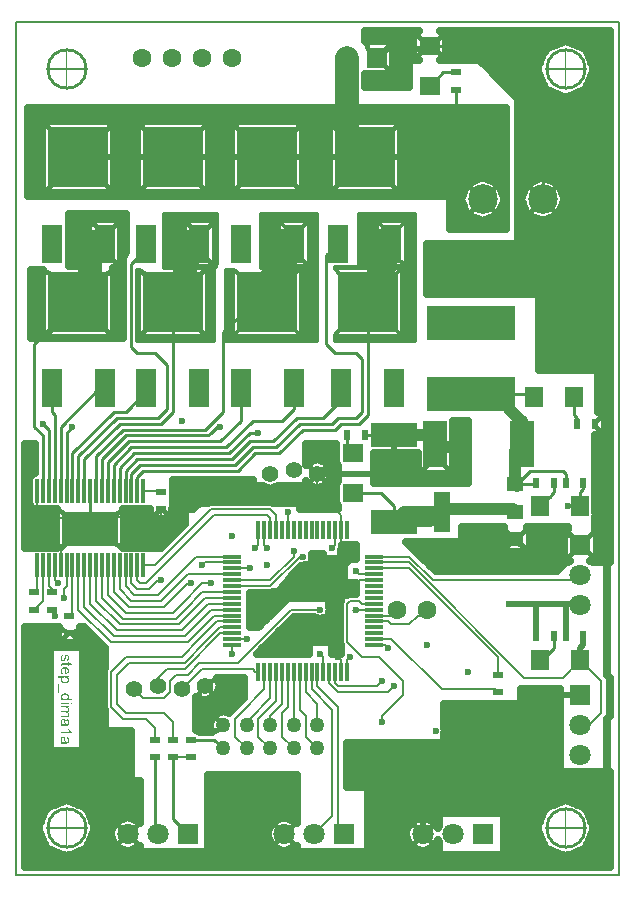
<source format=gtl>
G04*
G04  File:            STEP_DIMA1A.GTL, Thu Jun 24 12:16:09 2021*
G04  Source:          P-CAD 2004 PCB, Version 18.04.615, (D:\proj\velograph\snail\pcb\step_dima1a.pcb)*
G04  Format:          Gerber Format (RS-274-D), ASCII*
G04*
G04  Format Options:  Absolute Positioning*
G04                   Leading-Zero Suppression*
G04                   Scale Factor 1:1*
G04                   NO Circular Interpolation*
G04                   Millimeter Units*
G04                   Numeric Format: 5.3 (XXXXX.XXX)*
G04                   G54 NOT Used for Aperture Change*
G04                   Apertures Embedded*
G04*
G04  File Options:    Offset = (0.000mm,0.000mm)*
G04                   Drill Symbol Size = 0.000mm*
G04                   Pad/Via Holes*
G04*
G04  File Contents:   Pads*
G04                   Vias*
G04                   No Designators*
G04                   No Types*
G04                   No Values*
G04                   No Drill Symbols*
G04                   Top*
G04                   Board*
G04*
%INSTEP_DIMA1A.GTL*%
%ICAS*%
%MOMM*%
G04*
G04  Aperture MACROs for general use --- invoked via D-code assignment *
G04*
G04  General MACRO for flashed round with rotation and/or offset hole *
%AMROTOFFROUND*
1,1,$1,0.0000,0.0000*
1,0,$2,$3,$4*%
G04*
G04  General MACRO for flashed oval (obround) with rotation and/or offset hole *
%AMROTOFFOVAL*
21,1,$1,$2,0.0000,0.0000,$3*
1,1,$4,$5,$6*
1,1,$4,0-$5,0-$6*
1,0,$7,$8,$9*%
G04*
G04  General MACRO for flashed oval (obround) with rotation and no hole *
%AMROTOVALNOHOLE*
21,1,$1,$2,0.0000,0.0000,$3*
1,1,$4,$5,$6*
1,1,$4,0-$5,0-$6*%
G04*
G04  General MACRO for flashed rectangle with rotation and/or offset hole *
%AMROTOFFRECT*
21,1,$1,$2,0.0000,0.0000,$3*
1,0,$4,$5,$6*%
G04*
G04  General MACRO for flashed rectangle with rotation and no hole *
%AMROTRECTNOHOLE*
21,1,$1,$2,0.0000,0.0000,$3*%
G04*
G04  General MACRO for flashed rounded-rectangle *
%AMROUNDRECT*
21,1,$1,$2-$4,0.0000,0.0000,$3*
21,1,$1-$4,$2,0.0000,0.0000,$3*
1,1,$4,$5,$6*
1,1,$4,$7,$8*
1,1,$4,0-$5,0-$6*
1,1,$4,0-$7,0-$8*
1,0,$9,$10,$11*%
G04*
G04  General MACRO for flashed rounded-rectangle with rotation and no hole *
%AMROUNDRECTNOHOLE*
21,1,$1,$2-$4,0.0000,0.0000,$3*
21,1,$1-$4,$2,0.0000,0.0000,$3*
1,1,$4,$5,$6*
1,1,$4,$7,$8*
1,1,$4,0-$5,0-$6*
1,1,$4,0-$7,0-$8*%
G04*
G04  General MACRO for flashed regular polygon *
%AMREGPOLY*
5,1,$1,0.0000,0.0000,$2,$3+$4*
1,0,$5,$6,$7*%
G04*
G04  General MACRO for flashed regular polygon with no hole *
%AMREGPOLYNOHOLE*
5,1,$1,0.0000,0.0000,$2,$3+$4*%
G04*
G04  General MACRO for target *
%AMTARGET*
6,0,0,$1,$2,$3,4,$4,$5,$6*%
G04*
G04  General MACRO for mounting hole *
%AMMTHOLE*
1,1,$1,0,0*
1,0,$2,0,0*
$1=$1-$2*
$1=$1/2*
21,1,$2+$1,$3,0,0,$4*
21,1,$3,$2+$1,0,0,$4*%
G04*
G04*
G04  D10 : "Ellipse X0.254mm Y0.254mm H0.000mm 0.0deg (0.000mm,0.000mm) Draw"*
G04  Disc: OuterDia=0.2540*
%ADD10C, 0.2540*%
G04  D11 : "Ellipse X0.025mm Y0.025mm H0.000mm 0.0deg (0.000mm,0.000mm) Draw"*
G04  Disc: OuterDia=0.0254*
%ADD11C, 0.0254*%
G04  D12 : "Ellipse X0.300mm Y0.300mm H0.000mm 0.0deg (0.000mm,0.000mm) Draw"*
G04  Disc: OuterDia=0.3000*
%ADD12C, 0.3000*%
G04  D13 : "Ellipse X0.305mm Y0.305mm H0.000mm 0.0deg (0.000mm,0.000mm) Draw"*
G04  Disc: OuterDia=0.3048*
%ADD13C, 0.3048*%
G04  D14 : "Ellipse X0.310mm Y0.310mm H0.000mm 0.0deg (0.000mm,0.000mm) Draw"*
G04  Disc: OuterDia=0.3100*
%ADD14C, 0.3100*%
G04  D15 : "Ellipse X0.350mm Y0.350mm H0.000mm 0.0deg (0.000mm,0.000mm) Draw"*
G04  Disc: OuterDia=0.3500*
%ADD15C, 0.3500*%
G04  D16 : "Ellipse X0.381mm Y0.381mm H0.000mm 0.0deg (0.000mm,0.000mm) Draw"*
G04  Disc: OuterDia=0.3810*
%ADD16C, 0.3810*%
G04  D17 : "Ellipse X0.500mm Y0.500mm H0.000mm 0.0deg (0.000mm,0.000mm) Draw"*
G04  Disc: OuterDia=0.5000*
%ADD17C, 0.5000*%
G04  D18 : "Ellipse X0.064mm Y0.064mm H0.000mm 0.0deg (0.000mm,0.000mm) Draw"*
G04  Disc: OuterDia=0.0635*
%ADD18C, 0.0635*%
G04  D19 : "Ellipse X0.635mm Y0.635mm H0.000mm 0.0deg (0.000mm,0.000mm) Draw"*
G04  Disc: OuterDia=0.6350*
%ADD19C, 0.6350*%
G04  D20 : "Ellipse X0.700mm Y0.700mm H0.000mm 0.0deg (0.000mm,0.000mm) Draw"*
G04  Disc: OuterDia=0.7000*
%ADD20C, 0.7000*%
G04  D21 : "Ellipse X0.076mm Y0.076mm H0.000mm 0.0deg (0.000mm,0.000mm) Draw"*
G04  Disc: OuterDia=0.0762*
%ADD21C, 0.0762*%
G04  D22 : "Ellipse X0.100mm Y0.100mm H0.000mm 0.0deg (0.000mm,0.000mm) Draw"*
G04  Disc: OuterDia=0.1000*
%ADD22C, 0.1000*%
G04  D23 : "Ellipse X1.000mm Y1.000mm H0.000mm 0.0deg (0.000mm,0.000mm) Draw"*
G04  Disc: OuterDia=1.0000*
%ADD23C, 1.0000*%
G04  D24 : "Ellipse X0.102mm Y0.102mm H0.000mm 0.0deg (0.000mm,0.000mm) Draw"*
G04  Disc: OuterDia=0.1016*
%ADD24C, 0.1016*%
G04  D25 : "Ellipse X0.127mm Y0.127mm H0.000mm 0.0deg (0.000mm,0.000mm) Draw"*
G04  Disc: OuterDia=0.1270*
%ADD25C, 0.1270*%
G04  D26 : "Ellipse X1.300mm Y1.300mm H0.000mm 0.0deg (0.000mm,0.000mm) Draw"*
G04  Disc: OuterDia=1.3000*
%ADD26C, 1.3000*%
G04  D27 : "Ellipse X1.500mm Y1.500mm H0.000mm 0.0deg (0.000mm,0.000mm) Draw"*
G04  Disc: OuterDia=1.5000*
%ADD27C, 1.5000*%
G04  D28 : "Ellipse X0.200mm Y0.200mm H0.000mm 0.0deg (0.000mm,0.000mm) Draw"*
G04  Disc: OuterDia=0.2000*
%ADD28C, 0.2000*%
G04  D29 : "Ellipse X2.000mm Y2.000mm H0.000mm 0.0deg (0.000mm,0.000mm) Draw"*
G04  Disc: OuterDia=2.0000*
%ADD29C, 2.0000*%
G04  D30 : "Ellipse X0.203mm Y0.203mm H0.000mm 0.0deg (0.000mm,0.000mm) Draw"*
G04  Disc: OuterDia=0.2032*
%ADD30C, 0.2032*%
G04  D31 : "Ellipse X0.250mm Y0.250mm H0.000mm 0.0deg (0.000mm,0.000mm) Draw"*
G04  Disc: OuterDia=0.2500*
%ADD31C, 0.2500*%
G04  D32 : "Ellipse X2.602mm Y2.602mm H0.000mm 0.0deg (0.000mm,0.000mm) Flash"*
G04  Disc: OuterDia=2.6020*
%ADD32C, 2.6020*%
G04  D33 : "Ellipse X3.602mm Y3.602mm H0.000mm 0.0deg (0.000mm,0.000mm) Flash"*
G04  Disc: OuterDia=3.6020*
%ADD33C, 3.6020*%
G04  D34 : "Ellipse X1.270mm Y1.270mm H0.000mm 0.0deg (0.000mm,0.000mm) Flash"*
G04  Disc: OuterDia=1.2700*
%ADD34C, 1.2700*%
G04  D35 : "Ellipse X1.372mm Y1.372mm H0.000mm 0.0deg (0.000mm,0.000mm) Flash"*
G04  Disc: OuterDia=1.3720*
%ADD35C, 1.3720*%
G04  D36 : "Ellipse X1.400mm Y1.400mm H0.000mm 0.0deg (0.000mm,0.000mm) Flash"*
G04  Disc: OuterDia=1.4000*
%ADD36C, 1.4000*%
G04  D37 : "Ellipse X1.502mm Y1.502mm H0.000mm 0.0deg (0.000mm,0.000mm) Flash"*
G04  Disc: OuterDia=1.5020*
%ADD37C, 1.5020*%
G04  D38 : "Ellipse X1.600mm Y1.600mm H0.000mm 0.0deg (0.000mm,0.000mm) Flash"*
G04  Disc: OuterDia=1.6000*
%ADD38C, 1.6000*%
G04  D39 : "Ellipse X1.702mm Y1.702mm H0.000mm 0.0deg (0.000mm,0.000mm) Flash"*
G04  Disc: OuterDia=1.7020*
%ADD39C, 1.7020*%
G04  D40 : "Ellipse X1.800mm Y1.800mm H0.000mm 0.0deg (0.000mm,0.000mm) Flash"*
G04  Disc: OuterDia=1.8000*
%ADD40C, 1.8000*%
G04  D41 : "Ellipse X1.902mm Y1.902mm H0.000mm 0.0deg (0.000mm,0.000mm) Flash"*
G04  Disc: OuterDia=1.9020*
%ADD41C, 1.9020*%
G04  D42 : "Ellipse X2.500mm Y2.500mm H0.000mm 0.0deg (0.000mm,0.000mm) Flash"*
G04  Disc: OuterDia=2.5000*
%ADD42C, 2.5000*%
G04  D43 : "Mounting Hole X3.500mm Y3.500mm H0.000mm 0.0deg (0.000mm,0.000mm) Flash"*
G04  Mounting Hole: Diameter=3.5000, Rotation=0.0, LineWidth=0.1270 *
%ADD43MTHOLE, 3.5000 X2.9920 X0.1270 X0.0*%
G04  D44 : "Rectangle X0.300mm Y1.500mm H0.000mm 0.0deg (0.000mm,0.000mm) Flash"*
G04  Rectangular: DimX=0.3000, DimY=1.5000, Rotation=0.0, OffsetX=0.0000, OffsetY=0.0000, HoleDia=0.0000 *
%ADD44R, 0.3000 X1.5000*%
G04  D45 : "Rectangle X1.500mm Y0.300mm H0.000mm 0.0deg (0.000mm,0.000mm) Flash"*
G04  Rectangular: DimX=1.5000, DimY=0.3000, Rotation=0.0, OffsetX=0.0000, OffsetY=0.0000, HoleDia=0.0000 *
%ADD45R, 1.5000 X0.3000*%
G04  D46 : "Rectangle X4.600mm Y2.800mm H0.000mm 0.0deg (0.000mm,0.000mm) Flash"*
G04  Rectangular: DimX=4.6000, DimY=2.8000, Rotation=0.0, OffsetX=0.0000, OffsetY=0.0000, HoleDia=0.0000 *
%ADD46R, 4.6000 X2.8000*%
G04  D47 : "Rectangle X4.700mm Y2.900mm H0.000mm 0.0deg (0.000mm,0.000mm) Flash"*
G04  Rectangular: DimX=4.7000, DimY=2.9000, Rotation=0.0, OffsetX=0.0000, OffsetY=0.0000, HoleDia=0.0000 *
%ADD47R, 4.7000 X2.9000*%
G04  D48 : "Rectangle X4.800mm Y3.000mm H0.000mm 0.0deg (0.000mm,0.000mm) Flash"*
G04  Rectangular: DimX=4.8000, DimY=3.0000, Rotation=0.0, OffsetX=0.0000, OffsetY=0.0000, HoleDia=0.0000 *
%ADD48R, 4.8000 X3.0000*%
G04  D49 : "Rectangle X7.500mm Y3.000mm H0.000mm 0.0deg (0.000mm,0.000mm) Flash"*
G04  Rectangular: DimX=7.5000, DimY=3.0000, Rotation=0.0, OffsetX=0.0000, OffsetY=0.0000, HoleDia=0.0000 *
%ADD49R, 7.5000 X3.0000*%
G04  D50 : "Rectangle X7.602mm Y3.102mm H0.000mm 0.0deg (0.000mm,0.000mm) Flash"*
G04  Rectangular: DimX=7.6020, DimY=3.1020, Rotation=0.0, OffsetX=0.0000, OffsetY=0.0000, HoleDia=0.0000 *
%ADD50R, 7.6020 X3.1020*%
G04  D51 : "Rectangle X1.400mm Y3.500mm H0.000mm 0.0deg (0.000mm,0.000mm) Flash"*
G04  Rectangular: DimX=1.4000, DimY=3.5000, Rotation=0.0, OffsetX=0.0000, OffsetY=0.0000, HoleDia=0.0000 *
%ADD51R, 1.4000 X3.5000*%
G04  D52 : "Rectangle X1.502mm Y3.602mm H0.000mm 0.0deg (0.000mm,0.000mm) Flash"*
G04  Rectangular: DimX=1.5020, DimY=3.6020, Rotation=0.0, OffsetX=0.0000, OffsetY=0.0000, HoleDia=0.0000 *
%ADD52R, 1.5020 X3.6020*%
G04  D53 : "Rectangle X0.402mm Y1.602mm H0.000mm 0.0deg (0.000mm,0.000mm) Flash"*
G04  Rectangular: DimX=0.4020, DimY=1.6020, Rotation=0.0, OffsetX=0.0000, OffsetY=0.0000, HoleDia=0.0000 *
%ADD53R, 0.4020 X1.6020*%
G04  D54 : "Rectangle X1.602mm Y0.402mm H0.000mm 0.0deg (0.000mm,0.000mm) Flash"*
G04  Rectangular: DimX=1.6020, DimY=0.4020, Rotation=0.0, OffsetX=0.0000, OffsetY=0.0000, HoleDia=0.0000 *
%ADD54R, 1.6020 X0.4020*%
G04  D55 : "Rectangle X5.080mm Y5.080mm H0.000mm 0.0deg (0.000mm,0.000mm) Flash"*
G04  Square: Side=5.0800, Rotation=0.0, OffsetX=0.0000, OffsetY=0.0000, HoleDia=0.0000*
%ADD55R, 5.0800 X5.0800*%
G04  D56 : "Rectangle X5.182mm Y5.182mm H0.000mm 0.0deg (0.000mm,0.000mm) Flash"*
G04  Square: Side=5.1820, Rotation=0.0, OffsetX=0.0000, OffsetY=0.0000, HoleDia=0.0000*
%ADD56R, 5.1820 X5.1820*%
G04  D57 : "Rectangle X0.600mm Y0.900mm H0.000mm 0.0deg (0.000mm,0.000mm) Flash"*
G04  Rectangular: DimX=0.6000, DimY=0.9000, Rotation=0.0, OffsetX=0.0000, OffsetY=0.0000, HoleDia=0.0000 *
%ADD57R, 0.6000 X0.9000*%
G04  D58 : "Rectangle X0.900mm Y0.600mm H0.000mm 0.0deg (0.000mm,0.000mm) Flash"*
G04  Rectangular: DimX=0.9000, DimY=0.6000, Rotation=0.0, OffsetX=0.0000, OffsetY=0.0000, HoleDia=0.0000 *
%ADD58R, 0.9000 X0.6000*%
G04  D59 : "Rectangle X0.650mm Y1.310mm H0.000mm 0.0deg (0.000mm,0.000mm) Flash"*
G04  Rectangular: DimX=0.6500, DimY=1.3100, Rotation=0.0, OffsetX=0.0000, OffsetY=0.0000, HoleDia=0.0000 *
%ADD59R, 0.6500 X1.3100*%
G04  D60 : "Rectangle X0.702mm Y1.002mm H0.000mm 0.0deg (0.000mm,0.000mm) Flash"*
G04  Rectangular: DimX=0.7020, DimY=1.0020, Rotation=0.0, OffsetX=0.0000, OffsetY=0.0000, HoleDia=0.0000 *
%ADD60R, 0.7020 X1.0020*%
G04  D61 : "Rectangle X1.002mm Y0.702mm H0.000mm 0.0deg (0.000mm,0.000mm) Flash"*
G04  Rectangular: DimX=1.0020, DimY=0.7020, Rotation=0.0, OffsetX=0.0000, OffsetY=0.0000, HoleDia=0.0000 *
%ADD61R, 1.0020 X0.7020*%
G04  D62 : "Rectangle X0.752mm Y1.412mm H0.000mm 0.0deg (0.000mm,0.000mm) Flash"*
G04  Rectangular: DimX=0.7520, DimY=1.4120, Rotation=0.0, OffsetX=0.0000, OffsetY=0.0000, HoleDia=0.0000 *
%ADD62R, 0.7520 X1.4120*%
G04  D63 : "Rectangle X1.220mm Y0.910mm H0.000mm 0.0deg (0.000mm,0.000mm) Flash"*
G04  Rectangular: DimX=1.2200, DimY=0.9100, Rotation=0.0, OffsetX=0.0000, OffsetY=0.0000, HoleDia=0.0000 *
%ADD63R, 1.2200 X0.9100*%
G04  D64 : "Rectangle X0.950mm Y1.100mm H0.000mm 0.0deg (0.000mm,0.000mm) Flash"*
G04  Rectangular: DimX=0.9500, DimY=1.1000, Rotation=0.0, OffsetX=0.0000, OffsetY=0.0000, HoleDia=0.0000 *
%ADD64R, 0.9500 X1.1000*%
G04  D65 : "Rectangle X1.322mm Y1.012mm H0.000mm 0.0deg (0.000mm,0.000mm) Flash"*
G04  Rectangular: DimX=1.3220, DimY=1.0120, Rotation=0.0, OffsetX=0.0000, OffsetY=0.0000, HoleDia=0.0000 *
%ADD65R, 1.3220 X1.0120*%
G04  D66 : "Rectangle X1.052mm Y1.202mm H0.000mm 0.0deg (0.000mm,0.000mm) Flash"*
G04  Rectangular: DimX=1.0520, DimY=1.2020, Rotation=0.0, OffsetX=0.0000, OffsetY=0.0000, HoleDia=0.0000 *
%ADD66R, 1.0520 X1.2020*%
G04  D67 : "Rectangle X1.600mm Y1.100mm H0.000mm 0.0deg (0.000mm,0.000mm) Flash"*
G04  Rectangular: DimX=1.6000, DimY=1.1000, Rotation=0.0, OffsetX=0.0000, OffsetY=0.0000, HoleDia=0.0000 *
%ADD67R, 1.6000 X1.1000*%
G04  D68 : "Rectangle X1.400mm Y1.200mm H0.000mm 0.0deg (0.000mm,0.000mm) Flash"*
G04  Rectangular: DimX=1.4000, DimY=1.2000, Rotation=0.0, OffsetX=0.0000, OffsetY=0.0000, HoleDia=0.0000 *
%ADD68R, 1.4000 X1.2000*%
G04  D69 : "Rectangle X1.702mm Y1.202mm H0.000mm 0.0deg (0.000mm,0.000mm) Flash"*
G04  Rectangular: DimX=1.7020, DimY=1.2020, Rotation=0.0, OffsetX=0.0000, OffsetY=0.0000, HoleDia=0.0000 *
%ADD69R, 1.7020 X1.2020*%
G04  D70 : "Rectangle X1.502mm Y1.302mm H0.000mm 0.0deg (0.000mm,0.000mm) Flash"*
G04  Rectangular: DimX=1.5020, DimY=1.3020, Rotation=0.0, OffsetX=0.0000, OffsetY=0.0000, HoleDia=0.0000 *
%ADD70R, 1.5020 X1.3020*%
G04  D71 : "Rectangle X1.500mm Y1.800mm H0.000mm 0.0deg (0.000mm,0.000mm) Flash"*
G04  Rectangular: DimX=1.5000, DimY=1.8000, Rotation=0.0, OffsetX=0.0000, OffsetY=0.0000, HoleDia=0.0000 *
%ADD71R, 1.5000 X1.8000*%
G04  D72 : "Rectangle X1.800mm Y1.500mm H0.000mm 0.0deg (0.000mm,0.000mm) Flash"*
G04  Rectangular: DimX=1.8000, DimY=1.5000, Rotation=0.0, OffsetX=0.0000, OffsetY=0.0000, HoleDia=0.0000 *
%ADD72R, 1.8000 X1.5000*%
G04  D73 : "Rectangle X1.600mm Y1.350mm H0.000mm 0.0deg (0.000mm,0.000mm) Flash"*
G04  Rectangular: DimX=1.6000, DimY=1.3500, Rotation=0.0, OffsetX=0.0000, OffsetY=0.0000, HoleDia=0.0000 *
%ADD73R, 1.6000 X1.3500*%
G04  D74 : "Rectangle X1.602mm Y1.902mm H0.000mm 0.0deg (0.000mm,0.000mm) Flash"*
G04  Rectangular: DimX=1.6020, DimY=1.9020, Rotation=0.0, OffsetX=0.0000, OffsetY=0.0000, HoleDia=0.0000 *
%ADD74R, 1.6020 X1.9020*%
G04  D75 : "Rectangle X1.902mm Y1.602mm H0.000mm 0.0deg (0.000mm,0.000mm) Flash"*
G04  Rectangular: DimX=1.9020, DimY=1.6020, Rotation=0.0, OffsetX=0.0000, OffsetY=0.0000, HoleDia=0.0000 *
%ADD75R, 1.9020 X1.6020*%
G04  D76 : "Rectangle X1.702mm Y1.452mm H0.000mm 0.0deg (0.000mm,0.000mm) Flash"*
G04  Rectangular: DimX=1.7020, DimY=1.4520, Rotation=0.0, OffsetX=0.0000, OffsetY=0.0000, HoleDia=0.0000 *
%ADD76R, 1.7020 X1.4520*%
G04  D77 : "Rectangle X1.778mm Y3.175mm H0.000mm 0.0deg (0.000mm,0.000mm) Flash"*
G04  Rectangular: DimX=1.7780, DimY=3.1750, Rotation=0.0, OffsetX=0.0000, OffsetY=0.0000, HoleDia=0.0000 *
%ADD77R, 1.7780 X3.1750*%
G04  D78 : "Rectangle X1.800mm Y1.800mm H0.000mm 0.0deg (0.000mm,0.000mm) Flash"*
G04  Square: Side=1.8000, Rotation=0.0, OffsetX=0.0000, OffsetY=0.0000, HoleDia=0.0000*
%ADD78R, 1.8000 X1.8000*%
G04  D79 : "Rectangle X1.880mm Y3.277mm H0.000mm 0.0deg (0.000mm,0.000mm) Flash"*
G04  Rectangular: DimX=1.8800, DimY=3.2770, Rotation=0.0, OffsetX=0.0000, OffsetY=0.0000, HoleDia=0.0000 *
%ADD79R, 1.8800 X3.2770*%
G04  D80 : "Rectangle X0.200mm Y1.900mm H0.000mm 0.0deg (0.000mm,0.000mm) Flash"*
G04  Rectangular: DimX=0.2000, DimY=1.9000, Rotation=0.0, OffsetX=0.0000, OffsetY=0.0000, HoleDia=0.0000 *
%ADD80R, 0.2000 X1.9000*%
G04  D81 : "Rectangle X1.902mm Y1.902mm H0.000mm 0.0deg (0.000mm,0.000mm) Flash"*
G04  Square: Side=1.9020, Rotation=0.0, OffsetX=0.0000, OffsetY=0.0000, HoleDia=0.0000*
%ADD81R, 1.9020 X1.9020*%
G04  D82 : "Rectangle X0.300mm Y2.000mm H0.000mm 0.0deg (0.000mm,0.000mm) Flash"*
G04  Rectangular: DimX=0.3000, DimY=2.0000, Rotation=0.0, OffsetX=0.0000, OffsetY=0.0000, HoleDia=0.0000 *
%ADD82R, 0.3000 X2.0000*%
G04  D83 : "Rectangle X2.000mm Y4.000mm H0.000mm 0.0deg (0.000mm,0.000mm) Flash"*
G04  Rectangular: DimX=2.0000, DimY=4.0000, Rotation=0.0, OffsetX=0.0000, OffsetY=0.0000, HoleDia=0.0000 *
%ADD83R, 2.0000 X4.0000*%
G04  D84 : "Rectangle X4.000mm Y2.000mm H0.000mm 0.0deg (0.000mm,0.000mm) Flash"*
G04  Rectangular: DimX=4.0000, DimY=2.0000, Rotation=0.0, OffsetX=0.0000, OffsetY=0.0000, HoleDia=0.0000 *
%ADD84R, 4.0000 X2.0000*%
G04  D85 : "Rectangle X0.400mm Y2.100mm H0.000mm 0.0deg (0.000mm,0.000mm) Flash"*
G04  Rectangular: DimX=0.4000, DimY=2.1000, Rotation=0.0, OffsetX=0.0000, OffsetY=0.0000, HoleDia=0.0000 *
%ADD85R, 0.4000 X2.1000*%
G04  D86 : "Rectangle X2.102mm Y4.102mm H0.000mm 0.0deg (0.000mm,0.000mm) Flash"*
G04  Rectangular: DimX=2.1020, DimY=4.1020, Rotation=0.0, OffsetX=0.0000, OffsetY=0.0000, HoleDia=0.0000 *
%ADD86R, 2.1020 X4.1020*%
G04  D87 : "Rectangle X4.102mm Y2.102mm H0.000mm 0.0deg (0.000mm,0.000mm) Flash"*
G04  Rectangular: DimX=4.1020, DimY=2.1020, Rotation=0.0, OffsetX=0.0000, OffsetY=0.0000, HoleDia=0.0000 *
%ADD87R, 4.1020 X2.1020*%
G04  D88 : "Ellipse X0.600mm Y0.600mm H0.000mm 0.0deg (0.000mm,0.000mm) Flash"*
G04  Disc: OuterDia=0.6000*
%ADD88C, 0.6000*%
G04  D89 : "Ellipse X0.702mm Y0.702mm H0.000mm 0.0deg (0.000mm,0.000mm) Flash"*
G04  Disc: OuterDia=0.7020*
%ADD89C, 0.7020*%
G04*
%FSLAX53Y53*%
%SFA1B1*%
%OFA0.000B0.000*%
G04*
G71*
G90*
G01*
D2*
%LNTop*%
D28*
X387750Y379750*
X388500Y379000D1*
X388250Y378500D2*
X388000Y378750D1*
X387250Y379500D2*
X388000Y378750D1*
X388250Y378500*
X386000Y388500D2*
X388000Y386500D1*
X387750Y386000D2*
X385500Y388250D1*
X385000Y388000D2*
X387500Y385500D1*
X384500Y387750D2*
X387250Y385000D1*
X382500Y387250D2*
Y387500D1*
X382250Y387750*
X383750Y387250D2*
X384000Y387500D1*
D2*
D31*
X383750Y385750*
X384500D1*
D2*
D28*
X387250Y382500*
X388500Y383750D1*
X387250Y382250D2*
Y382500D1*
X388500Y391500D2*
Y389750D1*
X388000Y391500D2*
Y389500D1*
X387500Y391500D2*
Y389250D1*
X387000Y391500D2*
Y389000D1*
X386500Y391500D2*
Y388750D1*
X383000Y391500D2*
Y392750D1*
X384850Y394600*
X385500*
X382500Y391500D2*
Y390250D1*
X382750Y390000*
X382000Y391500D2*
Y389750D1*
X382250Y389500*
Y389250*
X383500Y391500D2*
Y389750D1*
X383250Y389500*
Y388750*
X387000Y395750D2*
X385750Y394500D1*
X385500Y394750*
Y394600*
D2*
D31*
Y394750*
Y394600D1*
D2*
D28*
X384600Y395500*
X385500Y394600D1*
X388250Y395500D2*
X387000Y395750D1*
X381750Y395500D2*
X382500D1*
X384600*
D2*
D31*
X381500Y400000*
Y401000D1*
Y402500*
X382000Y403000D2*
X381500Y403500D1*
X382000Y400750D2*
Y403000D1*
X381500Y397800D2*
Y400000D1*
X383000Y397800D2*
Y403250D1*
X382000Y397800D2*
Y400750D1*
X385000Y397800D2*
Y399500D1*
X386000Y397800D2*
Y399750D1*
X387500Y397800D2*
Y399000D1*
X384000Y397800D2*
Y400000D1*
X384500Y397800D2*
Y399750D1*
X386500Y397800D2*
Y399500D1*
X387000Y397800D2*
Y399250D1*
X387500Y399500D2*
Y400000D1*
Y399000D2*
Y400000D1*
X387000Y399750D2*
Y400250D1*
Y399250D2*
Y400250D1*
X386500Y400000D2*
Y400500D1*
Y399500D2*
Y400500D1*
X386000D2*
Y400750D1*
X388250Y403000*
X386000Y399750D2*
Y400750D1*
X388250Y403500D2*
X388000D1*
X385000Y400500*
Y400000*
Y399500D2*
Y400000D1*
Y400500*
X384500D2*
Y400750D1*
Y399750D2*
Y400750D1*
X384000Y400500D2*
Y401000D1*
Y400000D2*
Y401000D1*
X388000Y397800D2*
Y399750D1*
X383500Y402750D2*
X384000Y403250D1*
X383500Y397800D2*
Y400250D1*
Y402750*
X382500Y404250D2*
X382250Y404500D1*
X386250Y406500D2*
X386750D1*
D2*
D17*
X386250D1*
D2*
D31*
X382250Y404500*
Y406500D1*
X381750Y417750D2*
Y418250D1*
X382250Y418750*
X384302Y413802D2*
X384496D1*
D2*
D29*
X385500Y415250*
X384500Y414250D1*
Y413750D2*
X384496Y413754D1*
Y413802*
X384500Y414250D2*
Y413806D1*
Y413750*
D2*
D23*
X385500Y414806*
X384500Y413806D1*
X384496Y413802*
X385500Y417500D2*
Y415250D1*
Y414806*
D2*
D29*
Y417500*
Y415250D1*
Y417750D2*
Y417500D1*
D2*
D31*
X391000Y368960*
X391210Y368750D1*
X392500Y370000D2*
X393750Y368750D1*
D2*
D28*
X392250Y380750*
X391750Y380250D1*
X391500*
X390000*
X391750D2*
X391500D1*
X391750Y379000D2*
X392500Y378250D1*
Y376750*
Y375250D2*
X394000D1*
X391000Y377750D2*
X390250Y378500D1*
X391000Y376750D2*
Y377250D1*
Y377750*
D2*
D31*
X394000Y376750*
X396000D1*
D2*
D28*
X393500Y385500*
X395750Y387750D1*
X393750Y385000D2*
X396000Y387250D1*
X393250Y386000D2*
X394750Y387500D1*
X395500Y388250*
X393000Y386500D2*
X394250Y387750D1*
X392750Y387000D2*
X393750Y388000D1*
X392500Y387500D2*
X393250Y388250D1*
Y383750D2*
X394750Y385250D1*
X393500Y383250D2*
X395250Y385000D1*
X389000Y388500D2*
X391500D1*
X388750Y388000D2*
X391750D1*
X393500Y382750D2*
X392000D1*
X391250Y382000*
Y381300*
X392750Y382250D2*
X392250Y381750D1*
X393500Y383250D2*
X388750D1*
X393750Y382250D2*
X394750Y383250D1*
X393750Y382250D2*
X392750D1*
X389250Y389000D2*
X391250D1*
X389500Y391500D2*
Y390250D1*
X389750Y390000*
X389000Y391500D2*
Y390000D1*
X389750D2*
X390250D1*
X390000Y391500D2*
X390750D1*
X391000*
X392750Y389750D2*
X393750Y390750D1*
X392250Y390000D2*
X394500Y392250D1*
X393750Y390000D2*
X394000D1*
X395250Y391750D2*
X395000Y391500D1*
X389000Y390000D2*
X389500Y389500D1*
X389750D2*
X390500D1*
X391250Y390250*
X389500Y389500D2*
X390500D1*
X391250Y390250D2*
X391500D1*
X390250Y390000D2*
X391500Y391250D1*
X396000Y395750*
X391250Y389000D2*
X392250Y390000D1*
X395000Y389250D2*
X394750Y389000D1*
X395000Y389250*
X394750Y389750D2*
X395000Y390000D1*
X395750*
D2*
D31*
X389500Y399000*
X390000Y399500D1*
X389500Y398000D2*
Y399000D1*
X390000Y399500D2*
X391000D1*
X389000Y398500D2*
Y399250D1*
X389750Y400000*
X389000Y398250D2*
Y399250D1*
X389500Y397800D2*
Y398000D1*
X389000Y397800D2*
Y398250D1*
X388750Y402000D2*
X389500D1*
X389750*
X388750D2*
X389500D1*
X389250Y402500D2*
X389500D1*
X395500D2*
X395750Y402750D1*
X395500Y402500D2*
X395750Y402750D1*
X389000Y403500D2*
X391500D1*
X389500Y402500D2*
X395500D1*
X389000Y398500D2*
Y397800D1*
D2*
D28*
X390000*
X391450D1*
X391500Y397750*
D2*
D31*
X390250Y406250*
Y406500D1*
X391000Y409500D2*
X389500D1*
X389000Y410000*
D2*
D17*
X394750Y406500*
X394250D1*
D2*
D31*
X388750Y404750*
X390250Y406250D1*
X392000Y404750D2*
Y408500D1*
X391250Y404000D2*
X391500Y404250D1*
X391000Y409500D2*
X391500Y409000D1*
X392000Y408500*
X391500Y404250D2*
X392000Y404750D1*
X390250Y418250D2*
Y418750D1*
X389000Y417000D2*
X390250Y418250D1*
X392500Y413798D2*
X392496Y413802D1*
D2*
D23*
X394750Y417750*
X393500Y416500D1*
X393250*
Y414556*
X392496Y413802*
D2*
D29*
X393500Y414806*
X393250Y414556D1*
X392496Y413802*
X393500Y416500D2*
Y414806D1*
Y417750D2*
Y416500D1*
D2*
D31*
X392500Y413500*
Y413798D1*
D2*
D28*
X402250Y379500*
X401750Y379000D1*
Y377000*
X402750Y376000*
X401750Y379750D2*
X400750Y378750D1*
Y378000*
X401250Y380000D2*
X399750Y378500D1*
Y377000*
X400750Y376000*
X397750Y377000D2*
X398750Y376000D1*
X397750Y378250D2*
Y378500D1*
Y377000*
Y378500D2*
X398250Y379000D1*
X398750Y378000D2*
Y378500D1*
X399000*
X400750Y380250*
Y380500*
Y380250D2*
Y380500D1*
X403750Y378750D2*
Y377000D1*
X403250Y379250D2*
X403750Y378750D1*
X397500Y386250D2*
X396500D1*
X397500Y388250D2*
X396500D1*
X397500Y385750D2*
X397499Y385750D1*
X397500Y385250D2*
X398750D1*
X397500Y384750D2*
Y384000D1*
X396500Y385750D2*
X397499D1*
X400750Y382500D2*
X400750Y382499D1*
X400250Y381250D2*
Y382500D1*
X398000Y383250D2*
X402500Y387750D1*
X403000*
X399250Y382750D2*
X399500Y382500D1*
X399750*
X397500Y391249D2*
X397500Y391250D1*
X400500Y395750D2*
X400750Y395500D1*
X401250Y395750D2*
Y394500D1*
X400750Y395500D2*
Y394250D1*
X400750Y394250*
Y394500*
X397500Y391250D2*
X399000D1*
X400250Y394500D2*
Y393250D1*
X400500Y393000*
X399750Y394500D2*
Y393250D1*
X399500Y393000*
X402250Y396000D2*
Y394500D1*
X397500Y389750D2*
X400750D1*
Y390250D2*
X402750Y392250D1*
X397500Y390250D2*
X400750D1*
X402750Y392250D2*
Y392750D1*
X400750Y389750D2*
X403250Y392250D1*
X403500*
D2*
D31*
X399250Y401500*
X401250D1*
X403250Y403500*
X399500Y401000D2*
X401500D1*
X403500Y403000*
X397500Y400500D2*
X399000Y402000D1*
X401000*
X397750Y400000D2*
X399250Y401500D1*
X398000Y399500D2*
X399500Y401000D1*
X399000Y402750D2*
X399750D1*
X397250Y401000D2*
X399000Y402750D1*
D2*
D17*
X402500Y406500*
X402750Y406250D1*
Y406000*
Y406250*
Y406500*
D2*
D31*
Y406250*
Y406500D1*
Y406000D2*
Y406250D1*
X396750Y404500D2*
Y411250D1*
X402750Y404750D2*
Y406000D1*
X398250Y418000D2*
Y418750D1*
X399250Y413750D2*
X400500D1*
X400496Y413754*
Y413802*
D2*
D29*
X401750Y416750*
X400496Y415496D1*
D2*
D23*
X402500Y418500*
Y416500D1*
X400496Y414496*
Y413802*
D2*
D29*
Y415496*
Y414496D1*
Y413802*
X401750Y417750D2*
Y416750D1*
D2*
D28*
X406000Y370290*
X404460Y368750D1*
X406500Y369250D2*
X407000Y368750D1*
X406500Y380750D2*
X410750D1*
X410250Y378750D2*
Y378250D1*
X404750Y379750D2*
Y378000D1*
X409500Y387250D2*
X410960D1*
X409500Y386750D2*
X410750D1*
X411000Y386500*
X409500Y384750D2*
X410500D1*
X410750Y384500*
X407250Y382500D2*
Y383500D1*
X407500Y383750*
X406750Y382500D2*
Y383500D1*
X406500Y383750*
X407750Y387750D2*
X408000D1*
X409500*
Y385250D2*
X411000D1*
X406249Y382500D2*
X406250Y382499D1*
Y381500*
X406500Y381250*
X405750Y382500D2*
Y381500D1*
X405250Y382500D2*
Y383750D1*
X405000Y384000*
X409500Y388250D2*
X408500D1*
X408250Y388500*
X407500*
X407250Y388250*
Y385000*
X408500Y383750*
X409906*
X410000*
X404750Y382500D2*
Y381250D1*
X406500D2*
X409750D1*
X410250Y381750*
X406750Y393250D2*
X407000Y393000D1*
X406249Y394500D2*
X406250Y394499D1*
Y393250*
X406000Y393000*
X409500Y390750D2*
X408250D1*
X408000Y391000*
X409500Y390250D2*
X408250D1*
X408000Y390000*
D2*
D31*
X411250Y395250*
Y395210D1*
D2*
D28*
X409500Y391249*
X409500Y391250D1*
D2*
D23*
X410750Y395250*
X410790Y395210D1*
D2*
D28*
X406750Y393250*
Y394500D1*
Y395750*
X409500Y391250D2*
X410750D1*
D2*
D31*
X406250Y403000*
X406750Y403500D1*
X408250*
X408750Y402500D2*
X411240D1*
X411250Y402510*
X407250Y402500D2*
Y401500D1*
X407750Y401000*
Y397596D2*
X410153D1*
X411250Y396500*
D2*
D17*
X404750Y399250*
X410000D1*
D2*
D28*
X404750Y397750*
Y399250D1*
D2*
D31*
X406250Y409500*
X405500Y410250D1*
X408000Y404000D2*
X408500Y404500D1*
Y409000D2*
X408000Y409500D1*
X409000Y409250D2*
X408996Y409254D1*
X408500Y404500D2*
Y409000D1*
X409000Y404250D2*
Y409250D1*
X406500Y404000D2*
X408000D1*
X406750Y405500D2*
Y406500D1*
X408000Y409500D2*
X406250D1*
X405250Y404000D2*
X406750Y405500D1*
X405500Y417750D2*
X406500Y418750D1*
X408996Y413802D2*
X409048Y413750D1*
X409250*
D2*
D29*
X410000Y414806*
X408996Y413802D1*
D2*
D23*
Y414746*
Y413802D1*
D2*
D29*
X410000Y415750*
Y414806D1*
D2*
D23*
Y415750*
X408996Y414746D1*
D2*
D29*
X410000Y417750*
Y415750D1*
X407210Y430290D2*
X407250Y430250D1*
D2*
D31*
X409750Y434500*
X410000D1*
X410750Y435250*
D2*
D17*
X413670Y368750*
Y371920D1*
D2*
D28*
X412500Y386500*
X413250Y387250D1*
X413500*
X414000Y387750*
X412000Y381656D2*
Y381750D1*
D2*
D23*
X412500Y395250*
X414250D1*
D2*
D28*
X412500Y391250*
X414750Y389000D1*
X412250Y391750D2*
X412500D1*
Y392250D2*
X414500Y390250D1*
D2*
D17*
X413500Y402500*
X413490Y402510D1*
D2*
D23*
X413980*
X414740Y401750D1*
X413490Y402510D2*
X413980D1*
X416250Y401500D2*
X414750D1*
X414740Y401510*
Y401750*
D2*
D17*
X417250Y406250*
X417750Y406000D1*
X415000Y406250D2*
X417250D1*
X418000Y411750D2*
X417750Y412000D1*
X412500Y425750D2*
X412198Y426052D1*
D2*
D31*
X415500Y425750*
X412750D1*
X412500*
X415750Y433250D2*
X415403D1*
X414250Y432096*
X416000Y433250D2*
X415750D1*
X416500D2*
X416000D1*
X413000Y435250D2*
X414250Y435500D1*
D2*
D17*
X425750Y385500*
Y388250D1*
X423250Y385500D2*
Y388250D1*
X425750D2*
X423250D1*
X421000*
D2*
D31*
X424750Y385500*
Y384500D1*
X423750Y383500*
X423596*
D2*
D28*
X422250Y382000*
X425500D1*
X420000Y383750D2*
Y382250D1*
D2*
D23*
X419750Y393750*
X421500D1*
D2*
D17*
X422000Y393250*
X421500Y393750D1*
X420000Y391250D2*
X420250Y391500D1*
D2*
D20*
X419500Y393500*
X419750Y393750D1*
D2*
D23*
X422040Y401750*
Y402540D1*
Y401750D2*
X421500Y401210D1*
Y398350*
X422040Y402540D2*
Y401750D1*
X421500Y398350D2*
X421600Y398250D1*
X422000Y401790D2*
X422040Y401750D1*
D2*
D17*
X422250Y400750*
X422040Y400960D1*
Y401750*
D2*
D23*
X422250Y401540D1*
X422540Y401250*
D2*
D17*
X422250Y402500*
Y401540D1*
Y400750*
D2*
D31*
X423100Y398350*
X423250Y398500D1*
X424750D2*
Y397750D1*
X424500Y397500*
Y397403*
X423596Y396500*
X421600Y398350D2*
X422750Y399500D1*
X425500*
X425750Y399250*
Y398500*
X421600Y398350D2*
X421500D1*
X421600*
X423100*
X423096Y405750D2*
X422846Y406000D1*
X419750*
X426500Y405750D2*
Y404250D1*
D2*
D28*
X428750Y379000*
X427710Y377960D1*
X427000*
D2*
D20*
X429500Y378750*
X429250Y378500D1*
D2*
D17*
X427250Y385500*
Y384750D1*
X427000Y384500*
Y383500*
D2*
D28*
X428750Y381750D1*
D2*
D20*
X429250Y382250*
X429500Y382000D1*
D2*
D31*
X428250Y403500*
X429250Y402250D1*
X427000Y396500D2*
Y397750D1*
X427250Y398000*
Y398500*
X380750Y403250D2*
Y410250D1*
D2*
D28*
X387000Y389000*
X388500Y387500D1*
X386500Y388750D2*
X388250Y387000D1*
X386000Y391500D2*
Y388500D1*
X385500Y388250D2*
Y391500D1*
X385000D2*
Y388000D1*
X384500Y391500D2*
Y387750D1*
X381500Y391500D2*
Y388500D1*
X384000Y387500D2*
Y391500D1*
D2*
D31*
X385500Y397800*
Y394750D1*
D2*
D28*
X387750Y382250*
Y379750D1*
X387250Y379500D2*
Y382250D1*
D2*
D10*
D31*
X384500Y400750*
X387750Y404000D1*
X384000Y401000D2*
X387500Y404500D1*
X383000Y403250D2*
X386250Y406500D1*
D2*
D23*
X386750Y418750*
X385500Y417500D1*
D2*
D29*
Y419000*
Y417750D1*
D2*
D28*
X394250Y387750*
X395250Y388750D1*
X391750Y388000D2*
X393750Y390000D1*
X391000Y391500D2*
X395750Y396250D1*
X391500Y388500D2*
X392750Y389750D1*
X391500Y396250D2*
Y395000D1*
X390000Y380250D2*
X389250Y381000D1*
X392250Y381750D2*
Y380750D1*
X393750Y388000D2*
X394750Y389000D1*
X393250Y388250D2*
X395000Y390000D1*
D2*
D31*
X392500Y375250*
Y370000D1*
D2*
D28*
X393250Y381000*
X395000Y382750D1*
D2*
D31*
X389000Y410000*
Y417000D1*
X391500Y403500D2*
X392500Y404500D1*
D2*
D23*
X394750Y418750*
Y417750D1*
D2*
D29*
X393500Y419000*
Y417750D1*
D2*
D31*
X392500Y404500*
Y411500D1*
Y413500*
D2*
D28*
X400750Y396250*
X401250Y395750D1*
X403750Y380750D2*
Y382500D1*
X402750Y378000D2*
Y382500D1*
X402250Y379500D2*
Y382500D1*
X401750Y379750D2*
Y382500D1*
X401250Y380000D2*
Y382500D1*
X400250Y381000D2*
Y381250D1*
X398250Y379000D2*
X400250Y381000D1*
Y381250*
X400750Y380500D2*
Y382499D1*
X403250Y379250D2*
Y382500D1*
D2*
D31*
X396500Y402000*
X398250Y403750D1*
X399250D2*
X401750D1*
X401000Y402000D2*
X403000Y404000D1*
X398250Y403750D2*
Y406500D1*
X401750Y403750D2*
X402750Y404750D1*
X397000Y401500D2*
X399250Y403750D1*
X396750Y411250D2*
X399250Y413750D1*
D2*
D23*
X402750Y418750*
X402500Y418500D1*
D2*
D29*
X401750Y419000*
Y417750D1*
D2*
D31*
X411250Y396500*
Y395250D1*
D2*
D28*
X405750Y381500*
X406500Y380750D1*
X410750D2*
X411250Y381250D1*
X404250Y381000D2*
X406000Y379250D1*
Y370290*
X404250Y381000D2*
Y382500D1*
X404750Y381250D2*
X406500Y379500D1*
X406750Y395750D2*
X404750Y397750D1*
D2*
D31*
X406000Y403500*
X406500Y404000D1*
X408250Y403500D2*
X409000Y404250D1*
X405500Y410250D2*
Y417750D1*
X408996Y409254D2*
Y413802D1*
D2*
D29*
X407250Y427548*
X408746Y426052D1*
X410000Y419000D2*
Y417750D1*
D2*
D28*
X412000Y380500*
Y381656D1*
D2*
D23*
X415250Y396250*
X415050Y396050D1*
X414250Y395250*
X415300Y396050D2*
X415050D1*
X412090*
D2*
D28*
X414750Y389000*
X415250Y388500D1*
D2*
D17*
X413670Y371920*
X418500Y376750D1*
D2*
D31*
X416500Y426750*
X415500Y425750D1*
D2*
D23*
X421500Y396050*
X421300Y396250D1*
D2*
D28*
X419750Y381000*
X420000Y380750D1*
D2*
D23*
X422000Y401790*
Y403750D1*
X422040Y403710D2*
Y402540D1*
X419750Y406000D2*
X422000Y403750D1*
X422040Y403710*
D2*
D31*
X419500Y435500*
X423830Y431170D1*
D2*
D28*
X428750Y381750*
Y379000D1*
D2*
D20*
X429500Y382000*
Y378750D1*
D2*
D31*
X382500Y397800*
Y404250D1*
X391000Y375250D2*
Y368960D1*
D2*
D28*
X406500Y379500*
Y369250D1*
D2*
D29*
X407210Y434500*
Y430290D1*
X407250Y430250D2*
Y427548D1*
D2*
D31*
X416500Y431750*
Y426750D1*
X423830Y431170D2*
Y422500D1*
D2*
D20*
X429250Y378500*
Y369500D1*
Y402250D2*
Y382250D1*
D2*
D28*
X388500Y379000*
X391750D1*
X390250Y378500D2*
X388250D1*
D2*
D31*
X396000Y376750*
X396750Y376000D1*
D2*
D28*
X396000Y387250*
X397500D1*
X395750Y387750D2*
X397500D1*
Y386750D2*
X396250D1*
X395500Y388250D2*
X396500D1*
X395500*
X394750Y385250D2*
X396250Y386750D1*
X395250Y385000D2*
X396500Y386250D1*
X388500Y387500D2*
X392500D1*
X388250Y387000D2*
X392750D1*
X388000Y386500D2*
X393000D1*
X393250Y386000D2*
X387750D1*
X387500Y385500D2*
X393500D1*
X387250Y385000D2*
X393750D1*
X381500Y388500D2*
X380750Y387750D1*
X396500Y385750D2*
X393500Y382750D1*
X388750Y383250D2*
X387750Y382250D1*
X388750Y383750D2*
X388500D1*
X393250D2*
X388500D1*
X394750Y383250D2*
X398000D1*
X395000Y382750D2*
X399250D1*
X395250Y388750D2*
X396250D1*
X395250D2*
X396250D1*
X397500*
X393750Y390750D2*
X397500D1*
X394500Y392250D2*
X397500D1*
Y391750D2*
X395250D1*
X388500Y389750D2*
X389250Y389000D1*
X381000Y391500D2*
Y389500D1*
X380750Y389250*
X397500D2*
X395000D1*
D2*
D31*
X381500Y402500*
X380750Y403250D1*
X388500Y399500D2*
X389500Y400500D1*
X388500Y397800D2*
Y399500D1*
X387500Y400000D2*
X389000Y401500D1*
X387000Y400250D2*
X388750Y402000D1*
X386500Y400500D2*
X388500Y402500D1*
X389250*
X388500D2*
X389250D1*
X388000Y403500D2*
X389000D1*
X396250Y403250D2*
X396500D1*
X395750Y402750D2*
X396250Y403250D1*
X389750Y402000D2*
X396500D1*
X391000Y399500D2*
X398000D1*
X389750Y400000D2*
X397750D1*
X389500Y400500D2*
X397500D1*
X389000Y401500D2*
X397000D1*
X388250Y403000D2*
X395250D1*
X389250Y401000D2*
X397250D1*
X388000Y399750D2*
X389250Y401000D1*
X387750Y404000D2*
X391250D1*
X387500Y404500D2*
X388500D1*
X388750Y404750*
D2*
D17*
X384496Y426052*
X392496D1*
D2*
D28*
X411250Y379750*
X412000Y380500D1*
X410250Y378750*
X403750Y380750D2*
X404750Y379750D1*
X403750Y377000D2*
X404750Y376000D1*
D2*
D17*
X425250Y380500*
X427000D1*
D2*
D28*
X410960Y387250*
X411460Y387750D1*
X411000Y386500D2*
X412500D1*
X412000Y381750D2*
X410000Y383750D1*
X403000Y387750D2*
X405000D1*
D2*
D17*
X427000Y388170*
X426920Y388250D1*
X425750*
D2*
D28*
X425500Y382000*
X427000Y383500D1*
X415250Y388500D2*
X420000Y383750D1*
D2*
D23*
X411000Y395250*
X411040Y395210D1*
X411250*
X410790D2*
X411040D1*
X411250*
X410750Y395250D2*
X411000D1*
X411250*
X411290*
X412500*
X411290D2*
X411250Y395210D1*
D2*
D20*
X414500Y393500*
X419500D1*
D2*
D28*
X410750Y391250*
X412500D1*
Y391750D2*
X409500D1*
X414500Y390250D2*
X426540D1*
X427000Y390710*
X412500Y392250D2*
X409500D1*
D2*
D19*
X425742Y391992*
X425593Y392350D1*
Y394150*
X425742Y394507*
X426000Y394614*
Y394750*
X422455*
X422557Y394707*
X422706Y394350*
Y393150*
X422557Y392792*
X422200Y392643*
X420800*
X420442Y392792*
X420293Y393150*
Y394350*
X420442Y394707*
X420544Y394750*
X417000*
Y393500*
X412250*
X414750Y391000*
X425000*
X425918Y391918*
X425742Y391992*
X414750Y391000D2*
X425000D1*
X414273Y391476D2*
X425476D1*
X413797Y391952D2*
X425838D1*
X413321Y392428D2*
X425593D1*
X412845Y392905D2*
X420395D1*
X422604D2*
X425593D1*
X412368Y393381D2*
X420293D1*
X422706D2*
X425593D1*
X417000Y393857D2*
X420293D1*
X422706D2*
X425593D1*
X417000Y394333D2*
X420293D1*
X422706D2*
X425670D1*
D2*
D16*
X420990Y394159*
X420442Y394707D1*
X420990Y393340D2*
X420442Y392792D1*
X422009Y393340D2*
X422557Y392792D1*
X422009Y394159D2*
X422557Y394707D1*
X426290Y393959D2*
X425742Y394507D1*
X426290Y392540D2*
X425742Y391992D1*
D2*
D19*
D31*
X403250Y403500*
X406000D1*
X403500Y403000D2*
X406250D1*
D2*
D17*
X413490Y402510*
X411250D1*
Y402500D2*
X411500Y402250D1*
D2*
D23*
X411250Y402510*
X413490D1*
D2*
D17*
X410000Y399250*
X411250Y400500D1*
Y402500*
Y402510*
X411500Y402250D2*
Y402260D1*
X411250Y402510*
D2*
D31*
X427000Y396500*
X426000D1*
X403000Y404000D2*
X405250D1*
D2*
D17*
X411250Y406500*
X410750D1*
D2*
D23*
X419750Y406000*
X417750D1*
D2*
D31*
X419750*
X417750D1*
X426500Y404250D2*
X426750Y404000D1*
D2*
D17*
X419500Y411750*
X418000D1*
D2*
D23*
X411000Y416750*
X410000Y415750D1*
D2*
D19*
X414000Y418750*
Y414500D1*
X429500*
Y418750*
X414000*
Y414500D2*
X429500D1*
X414000Y414976D2*
X429500D1*
X414000Y415452D2*
X429500D1*
X414000Y415928D2*
X429500D1*
X414000Y416405D2*
X429500D1*
X414000Y416881D2*
X429500D1*
X414000Y417357D2*
X429500D1*
X414000Y417833D2*
X429500D1*
X414000Y418310D2*
X429500D1*
D2*
D17*
X408746Y426052*
X412198D1*
X400496D2*
X408746D1*
D2*
D31*
X410750Y435250*
X413000D1*
X414250Y435500D2*
X419500D1*
D2*
D28*
X387500Y389250*
X388750Y388000D1*
X388000Y389500D2*
X389000Y388500D1*
X381000Y397800D2*
Y396250D1*
X381750Y395500*
D2*
D19*
X396143Y380406*
X395250Y380036D1*
X394500Y380346*
Y377535*
X394807Y377407*
X394814Y377391*
X395808*
X395556Y378000*
X395906Y378843*
X396750Y379193*
X397250Y378986*
Y379000*
X398500Y380250*
Y382000*
X396223*
X396513Y381300*
X396143Y380406*
X394814Y377391D2*
X395808D1*
X394500Y377867D2*
X395611D1*
X394500Y378343D2*
X395699D1*
X394500Y378820D2*
X395896D1*
X394500Y379296D2*
X397546D1*
X394500Y379772D2*
X398022D1*
X394500Y380248D2*
X394736D1*
X395763D2*
X398498D1*
X396275Y380725D2*
X398500D1*
X396472Y381201D2*
X398500D1*
X396357Y381677D2*
X398500D1*
D2*
D16*
X395600Y381650*
X396223Y382000D1*
X394900Y380950D2*
X394500Y380346D1*
X395600Y380950D2*
X396143Y380406D1*
X396432Y377682D2*
X395808Y377391D1*
X396432Y378317D2*
X395906Y378843D1*
D2*
D19*
X381650Y393006*
X381664Y393000D1*
X381835*
X381850Y393006*
X382150*
X382164Y393000*
X382335*
X382350Y393006*
X382650*
X382664Y393000*
X382706*
X382643Y393150*
Y396050*
X382726Y396250*
X380000*
Y393000*
X380835*
X380850Y393006*
X381150*
X381164Y393000*
X381335*
X381350Y393006*
X381650*
X380000Y393000D2*
X380835D1*
X381164D2*
X381335D1*
X381664D2*
X381835D1*
X382164D2*
X382335D1*
X382664D2*
X382706D1*
X380000Y393476D2*
X382643D1*
X380000Y393952D2*
X382643D1*
X380000Y394428D2*
X382643D1*
X380000Y394905D2*
X382643D1*
X380000Y395381D2*
X382643D1*
X380000Y395857D2*
X382643D1*
D2*
D16*
X383340Y395859*
X382726Y396250D1*
X383340Y393340D2*
X382706Y393000D1*
X383340Y395859D2*
X382726Y396250D1*
X383340Y393340D2*
X382706Y393000D1*
X383340Y395859D2*
X382726Y396250D1*
X383340Y393340D2*
X382706Y393000D1*
X383340Y395859D2*
X382726Y396250D1*
X383340Y393340D2*
X382706Y393000D1*
D2*
D19*
X389150Y393006*
X389164Y393000D1*
X389335*
X389350Y393006*
X389650*
X389664Y393000*
X389835*
X389850Y393006*
X390150*
X390164Y393000*
X391500*
X393500Y395000*
Y396250*
X392456*
Y395950*
X392307Y395592*
X391950Y395443*
X391050*
X390692Y395592*
X390543Y395950*
Y396250*
X388273*
X388356Y396050*
Y393150*
X388293Y393000*
X388335*
X388350Y393006*
X388650*
X388664Y393000*
X388835*
X388850Y393006*
X389150*
X388293Y393000D2*
X388335D1*
X388664D2*
X388835D1*
X389164D2*
X389335D1*
X389664D2*
X389835D1*
X390164D2*
X391500D1*
X388356Y393476D2*
X391976D1*
X388356Y393952D2*
X392452D1*
X388356Y394428D2*
X392928D1*
X388356Y394905D2*
X393405D1*
X388356Y395381D2*
X393500D1*
X388356Y395857D2*
X390582D1*
X392417D2*
X393500D1*
D2*
D16*
X391759Y396140*
X392307Y395592D1*
X391240Y396140D2*
X390692Y395592D1*
X387659Y393340D2*
X388293Y393000D1*
X387659Y395859D2*
X388273Y396250D1*
D2*
D19*
D31*
X395250Y403000*
X396750Y404500D1*
X380750Y410250D2*
X384302Y413802D1*
D2*
D15*
X395387Y411262*
X395284Y411013D1*
X395036Y410910*
X389956*
X389707Y411013*
X389604Y411262*
Y416342*
X389669Y416500*
X389500*
Y410500*
X396000*
Y416500*
X396250Y417000*
Y421250*
X391750*
Y416693*
X395036*
X395284Y416590*
X395387Y416342*
Y411262*
X395990Y417162D2*
X395887Y416913D1*
X395639Y416810*
X393861*
X393612Y416913*
X393509Y417162*
Y420337*
X393612Y420586*
X393861Y420689*
X395639*
X395887Y420586*
X395990Y420337*
Y417162*
X389500Y410500D2*
X396000D1*
X389500Y410762D2*
X396000D1*
X389500Y411025D2*
X389702D1*
X395289D2*
X396000D1*
X389500Y411287D2*
X389604D1*
X395387D2*
X396000D1*
X389500Y411550D2*
X389604D1*
X395387D2*
X396000D1*
X389500Y411812D2*
X389604D1*
X395387D2*
X396000D1*
X389500Y412075D2*
X389604D1*
X395387D2*
X396000D1*
X389500Y412337D2*
X389604D1*
X395387D2*
X396000D1*
X389500Y412600D2*
X389604D1*
X395387D2*
X396000D1*
X389500Y412862D2*
X389604D1*
X395387D2*
X396000D1*
X389500Y413125D2*
X389604D1*
X395387D2*
X396000D1*
X389500Y413387D2*
X389604D1*
X395387D2*
X396000D1*
X389500Y413650D2*
X389604D1*
X395387D2*
X396000D1*
X389500Y413912D2*
X389604D1*
X395387D2*
X396000D1*
X389500Y414175D2*
X389604D1*
X395387D2*
X396000D1*
X389500Y414437D2*
X389604D1*
X395387D2*
X396000D1*
X389500Y414700D2*
X389604D1*
X395387D2*
X396000D1*
X389500Y414962D2*
X389604D1*
X395387D2*
X396000D1*
X389500Y415225D2*
X389604D1*
X395387D2*
X396000D1*
X389500Y415487D2*
X389604D1*
X395387D2*
X396000D1*
X389500Y415750D2*
X389604D1*
X395387D2*
X396000D1*
X389500Y416012D2*
X389604D1*
X395387D2*
X396000D1*
X389500Y416275D2*
X389604D1*
X395387D2*
X396000D1*
X395306Y416537D2*
X396018D1*
X391750Y416800D2*
X396150D1*
X391750Y417062D2*
X393550D1*
X395949D2*
X396250D1*
X391750Y417325D2*
X393509D1*
X395990D2*
X396250D1*
X391750Y417587D2*
X393509D1*
X395990D2*
X396250D1*
X391750Y417850D2*
X393509D1*
X395990D2*
X396250D1*
X391750Y418112D2*
X393509D1*
X395990D2*
X396250D1*
X391750Y418375D2*
X393509D1*
X395990D2*
X396250D1*
X391750Y418637D2*
X393509D1*
X395990D2*
X396250D1*
X391750Y418900D2*
X393509D1*
X395990D2*
X396250D1*
X391750Y419162D2*
X393509D1*
X395990D2*
X396250D1*
X391750Y419425D2*
X393509D1*
X395990D2*
X396250D1*
X391750Y419687D2*
X393509D1*
X395990D2*
X396250D1*
X391750Y419950D2*
X393509D1*
X395990D2*
X396250D1*
X391750Y420212D2*
X393509D1*
X395990D2*
X396250D1*
X391750Y420475D2*
X393566D1*
X395933D2*
X396250D1*
X391750Y420737D2*
X396250D1*
X391750Y421000D2*
X396250D1*
D2*
D16*
X395448Y420147*
X395887Y420586D1*
X394051Y420147D2*
X393612Y420586D1*
X394051Y417353D2*
X393612Y416913D1*
X395448Y417353D2*
X395887Y416913D1*
X394845Y416151D2*
X395284Y416590D1*
X390146Y416151D2*
X389669Y416500D1*
X390146Y411452D2*
X389707Y411013D1*
X394845Y411452D2*
X395284Y411013D1*
X394845Y416151D2*
X395284Y416590D1*
X390146Y416151D2*
X389669Y416500D1*
X390146Y411452D2*
X389707Y411013D1*
X394845Y411452D2*
X395284Y411013D1*
X394845Y416151D2*
X395284Y416590D1*
X390146Y416151D2*
X389669Y416500D1*
X390146Y411452D2*
X389707Y411013D1*
X394845Y411452D2*
X395284Y411013D1*
D2*
D15*
D19*
X387542Y411262*
X387393Y410904D1*
X387036Y410755*
X381956*
X381598Y410904*
X381449Y411262*
Y416342*
X381515Y416500*
X380500*
Y410750*
X388250*
Y417500*
X388500Y418000*
Y421250*
X383750*
Y416848*
X385485*
X385354Y417162*
Y420337*
X385503Y420695*
X385861Y420843*
X387639*
X387996Y420695*
X388145Y420337*
Y417162*
X387996Y416804*
X387639Y416656*
X387411*
X387542Y416342*
Y411262*
X380500Y410750D2*
X388250D1*
X380500Y411226D2*
X381464D1*
X387527D2*
X388250D1*
X380500Y411702D2*
X381449D1*
X387542D2*
X388250D1*
X380500Y412178D2*
X381449D1*
X387542D2*
X388250D1*
X380500Y412655D2*
X381449D1*
X387542D2*
X388250D1*
X380500Y413131D2*
X381449D1*
X387542D2*
X388250D1*
X380500Y413607D2*
X381449D1*
X387542D2*
X388250D1*
X380500Y414083D2*
X381449D1*
X387542D2*
X388250D1*
X380500Y414560D2*
X381449D1*
X387542D2*
X388250D1*
X380500Y415036D2*
X381449D1*
X387542D2*
X388250D1*
X380500Y415512D2*
X381449D1*
X387542D2*
X388250D1*
X380500Y415988D2*
X381449D1*
X387542D2*
X388250D1*
X380500Y416465D2*
X381500D1*
X387491D2*
X388250D1*
X383750Y416941D2*
X385446D1*
X388053D2*
X388250D1*
X383750Y417417D2*
X385354D1*
X388145D2*
X388250D1*
X383750Y417893D2*
X385354D1*
X388145D2*
X388446D1*
X383750Y418370D2*
X385354D1*
X388145D2*
X388500D1*
X383750Y418846D2*
X385354D1*
X388145D2*
X388500D1*
X383750Y419322D2*
X385354D1*
X388145D2*
X388500D1*
X383750Y419798D2*
X385354D1*
X388145D2*
X388500D1*
X383750Y420275D2*
X385354D1*
X388145D2*
X388500D1*
X383750Y420751D2*
X385638D1*
X387861D2*
X388500D1*
X383750Y421227D2*
X388500D1*
D2*
D16*
X387448Y420147*
X387996Y420695D1*
X386051Y420147D2*
X385503Y420695D1*
X386051Y417353D2*
X385485Y416848D1*
X387448Y417353D2*
X387996Y416804D1*
X386845Y416151D2*
X387639Y416656D1*
X382146Y416151D2*
X381515Y416500D1*
X382146Y411452D2*
X381598Y410904D1*
X386845Y411452D2*
X387393Y410904D1*
X386845Y416151D2*
X387639Y416656D1*
X382146Y416151D2*
X381515Y416500D1*
X382146Y411452D2*
X381598Y410904D1*
X386845Y411452D2*
X387393Y410904D1*
X386845Y416151D2*
X387639Y416656D1*
X382146Y416151D2*
X381515Y416500D1*
X382146Y411452D2*
X381598Y410904D1*
X386845Y411452D2*
X387393Y410904D1*
D2*
D19*
D23*
X421300Y396250*
X415250D1*
D2*
D28*
X411000Y385250*
X415250Y381000D1*
D2*
D23*
X412090Y396050*
X411290Y395250D1*
D2*
D28*
X412500Y391750*
X422250Y382000D1*
X415250Y381000D2*
X419750D1*
D2*
D23*
X411000Y418750*
Y416750D1*
D2*
D15*
X411887Y411262*
X411784Y411013D1*
X411536Y410910*
X406456*
X406250Y410995*
Y410500*
X413000*
Y421250*
X408250*
Y416750*
X406250*
Y416608*
X406456Y416693*
X411536*
X411784Y416590*
X411887Y416342*
Y411262*
X412240Y417162D2*
X412137Y416913D1*
X411889Y416810*
X410111*
X409862Y416913*
X409759Y417162*
Y420337*
X409862Y420586*
X410111Y420689*
X411889*
X412137Y420586*
X412240Y420337*
Y417162*
X406250Y410500D2*
X413000D1*
X406250Y410762D2*
X413000D1*
X411789Y411025D2*
X413000D1*
X411887Y411287D2*
X413000D1*
X411887Y411550D2*
X413000D1*
X411887Y411812D2*
X413000D1*
X411887Y412075D2*
X413000D1*
X411887Y412337D2*
X413000D1*
X411887Y412600D2*
X413000D1*
X411887Y412862D2*
X413000D1*
X411887Y413125D2*
X413000D1*
X411887Y413387D2*
X413000D1*
X411887Y413650D2*
X413000D1*
X411887Y413912D2*
X413000D1*
X411887Y414175D2*
X413000D1*
X411887Y414437D2*
X413000D1*
X411887Y414700D2*
X413000D1*
X411887Y414962D2*
X413000D1*
X411887Y415225D2*
X413000D1*
X411887Y415487D2*
X413000D1*
X411887Y415750D2*
X413000D1*
X411887Y416012D2*
X413000D1*
X411887Y416275D2*
X413000D1*
X411806Y416537D2*
X413000D1*
X408250Y416800D2*
X413000D1*
X408250Y417062D2*
X409800D1*
X412199D2*
X413000D1*
X408250Y417325D2*
X409759D1*
X412240D2*
X413000D1*
X408250Y417587D2*
X409759D1*
X412240D2*
X413000D1*
X408250Y417850D2*
X409759D1*
X412240D2*
X413000D1*
X408250Y418112D2*
X409759D1*
X412240D2*
X413000D1*
X408250Y418375D2*
X409759D1*
X412240D2*
X413000D1*
X408250Y418637D2*
X409759D1*
X412240D2*
X413000D1*
X408250Y418900D2*
X409759D1*
X412240D2*
X413000D1*
X408250Y419162D2*
X409759D1*
X412240D2*
X413000D1*
X408250Y419425D2*
X409759D1*
X412240D2*
X413000D1*
X408250Y419687D2*
X409759D1*
X412240D2*
X413000D1*
X408250Y419950D2*
X409759D1*
X412240D2*
X413000D1*
X408250Y420212D2*
X409759D1*
X412240D2*
X413000D1*
X408250Y420475D2*
X409816D1*
X412183D2*
X413000D1*
X408250Y420737D2*
X413000D1*
X408250Y421000D2*
X413000D1*
D2*
D12*
X411739Y420187*
X412137Y420586D1*
X410261Y420187D2*
X409862Y420586D1*
X410261Y417312D2*
X409862Y416913D1*
X411739Y417312D2*
X412137Y416913D1*
X411739Y420187D2*
X412137Y420586D1*
X410261Y420187D2*
X409862Y420586D1*
X410261Y417312D2*
X409862Y416913D1*
X411739Y417312D2*
X412137Y416913D1*
X411739Y420187D2*
X412137Y420586D1*
X410261Y420187D2*
X409862Y420586D1*
X410261Y417312D2*
X409862Y416913D1*
X411739Y417312D2*
X412137Y416913D1*
X411386Y416192D2*
X411784Y416590D1*
X406606Y416192D2*
X406250Y416750D1*
X406606Y411412D2*
X406250Y410995D1*
X411386Y411412D2*
X411784Y411013D1*
X411386Y416192D2*
X411784Y416590D1*
X406606Y416192D2*
X406250Y416750D1*
X406606Y411412D2*
X406250Y410995D1*
X411386Y411412D2*
X411784Y411013D1*
D2*
D15*
D31*
X426750Y404000*
Y403500D1*
D2*
D19*
X380858Y399306*
Y401750D1*
X380000*
Y396000*
X380500*
Y396438*
X380492Y396442*
X380343Y396800*
Y398800*
X380492Y399157*
X380850Y399306*
X380858*
X380000Y396000D2*
X380500D1*
X380000Y396476D2*
X380478D1*
X380000Y396952D2*
X380343D1*
X380000Y397428D2*
X380343D1*
X380000Y397905D2*
X380343D1*
X380000Y398381D2*
X380343D1*
X380000Y398857D2*
X380367D1*
X380000Y399333D2*
X380858D1*
X380000Y399810D2*
X380858D1*
X380000Y400286D2*
X380858D1*
X380000Y400762D2*
X380858D1*
X380000Y401238D2*
X380858D1*
X380000Y401715D2*
X380858D1*
X409500Y401003D2*
Y398500D1*
X417500*
Y403750*
X416246*
Y399750*
X416097Y399392*
X415740Y399243*
X413740*
X413382Y399392*
X413233Y399750*
Y401003*
X409500*
Y398500D2*
X417500D1*
X409500Y398976D2*
X417500D1*
X409500Y399452D2*
X413357D1*
X416122D2*
X417500D1*
X409500Y399928D2*
X413233D1*
X416246D2*
X417500D1*
X409500Y400405D2*
X413233D1*
X416246D2*
X417500D1*
X409500Y400881D2*
X413233D1*
X416246D2*
X417500D1*
X416246Y401357D2*
X417500D1*
X416246Y401833D2*
X417500D1*
X416246Y402310D2*
X417500D1*
X416246Y402786D2*
X417500D1*
X416246Y403262D2*
X417500D1*
X416246Y403738D2*
X417500D1*
D2*
D16*
X413930Y399940*
X413382Y399392D1*
X415549Y399940D2*
X416097Y399392D1*
D2*
D19*
X408798Y432000*
X412500D1*
Y434250*
X413335*
X412992Y434392*
X412843Y434750*
Y436250*
X412992Y436607*
X413335Y436750*
X408750*
Y435864*
X408850Y435906*
X410650*
X411007Y435757*
X411156Y435400*
Y433600*
X411007Y433242*
X410650Y433093*
X408850*
X408798Y433115*
Y432000*
X412500*
X408798Y432476D2*
X412500D1*
X408798Y432952D2*
X412500D1*
X411085Y433428D2*
X412500D1*
X411156Y433905D2*
X412500D1*
X411156Y434381D2*
X413018D1*
X411156Y434857D2*
X412843D1*
X411156Y435333D2*
X412843D1*
X410881Y435810D2*
X412843D1*
X408750Y436286D2*
X412859D1*
D2*
D16*
X410459Y433790*
X411007Y433242D1*
X410459Y435209D2*
X411007Y435757D1*
X409040Y435209D2*
X408750Y435864D1*
X413540Y436059D2*
X412992Y436607D1*
X413540Y434940D2*
X412992Y434392D1*
X413540Y436059D2*
X412992Y436607D1*
X413540Y434940D2*
X412992Y434392D1*
X413540Y436059D2*
X412992Y436607D1*
X413540Y434940D2*
X412992Y434392D1*
X413540Y436059D2*
X412992Y436607D1*
X413540Y434940D2*
X412992Y434392D1*
X413540Y436059D2*
X412992Y436607D1*
X413540Y434940D2*
X412992Y434392D1*
X413540Y436059D2*
X412992Y436607D1*
X413540Y434940D2*
X412992Y434392D1*
X413540Y436059D2*
X412992Y436607D1*
X413540Y434940D2*
X412992Y434392D1*
X413540Y436059D2*
X412992Y436607D1*
X413540Y434940D2*
X412992Y434392D1*
X413540Y436059D2*
X412992Y436607D1*
X413540Y434940D2*
X412992Y434392D1*
X413540Y436059D2*
X412992Y436607D1*
X413540Y434940D2*
X412992Y434392D1*
X413540Y436059D2*
X412992Y436607D1*
X413540Y434940D2*
X412992Y434392D1*
X413540Y436059D2*
X412992Y436607D1*
X413540Y434940D2*
X412992Y434392D1*
X413540Y436059D2*
X412992Y436607D1*
X413540Y434940D2*
X412992Y434392D1*
X413540Y436059D2*
X412992Y436607D1*
X413540Y434940D2*
X412992Y434392D1*
X413540Y436059D2*
X412992Y436607D1*
X413540Y434940D2*
X412992Y434392D1*
X413540Y436059D2*
X412992Y436607D1*
X413540Y434940D2*
X412992Y434392D1*
X413540Y436059D2*
X412992Y436607D1*
X413540Y434940D2*
X412992Y434392D1*
X413540Y436059D2*
X412992Y436607D1*
X413540Y434940D2*
X412992Y434392D1*
X413540Y436059D2*
X412992Y436607D1*
X413540Y434940D2*
X412992Y434392D1*
D2*
D19*
X415507Y436607*
X415656Y436250D1*
Y434750*
X415507Y434392*
X415164Y434250*
X418500*
X421750Y431000*
Y415000*
X429500*
Y436750*
X415164*
X415507Y436607*
X427447Y431802D2*
X425750Y431099D1*
X424052Y431802*
X423349Y433500*
X424052Y435197*
X425750Y435900*
X427447Y435197*
X428150Y433500*
X427447Y431802*
X425144Y421185D2*
X423830Y420641D1*
X422515Y421185*
X421971Y422500*
X422515Y423814*
X423830Y424359*
X425144Y423814*
X425689Y422500*
X425144Y421185*
X421750Y415000D2*
X429500D1*
X421750Y415476D2*
X429500D1*
X421750Y415952D2*
X429500D1*
X421750Y416428D2*
X429500D1*
X421750Y416905D2*
X429500D1*
X421750Y417381D2*
X429500D1*
X421750Y417857D2*
X429500D1*
X421750Y418333D2*
X429500D1*
X421750Y418810D2*
X429500D1*
X421750Y419286D2*
X429500D1*
X421750Y419762D2*
X429500D1*
X421750Y420238D2*
X429500D1*
X421750Y420715D2*
X423651D1*
X424008D2*
X429500D1*
X421750Y421191D2*
X422513D1*
X425146D2*
X429500D1*
X421750Y421667D2*
X422315D1*
X425344D2*
X429500D1*
X421750Y422143D2*
X422118D1*
X425541D2*
X429500D1*
X421750Y422620D2*
X422020D1*
X425639D2*
X429500D1*
X421750Y423096D2*
X422217D1*
X425442D2*
X429500D1*
X421750Y423572D2*
X422415D1*
X425244D2*
X429500D1*
X421750Y424048D2*
X423080D1*
X424579D2*
X429500D1*
X421750Y424525D2*
X429500D1*
X421750Y425001D2*
X429500D1*
X421750Y425477D2*
X429500D1*
X421750Y425953D2*
X429500D1*
X421750Y426430D2*
X429500D1*
X421750Y426906D2*
X429500D1*
X421750Y427382D2*
X429500D1*
X421750Y427858D2*
X429500D1*
X421750Y428335D2*
X429500D1*
X421750Y428811D2*
X429500D1*
X421750Y429287D2*
X429500D1*
X421750Y429763D2*
X429500D1*
X421750Y430240D2*
X429500D1*
X421750Y430716D2*
X429500D1*
X421557Y431192D2*
X425526D1*
X425973D2*
X429500D1*
X421081Y431668D2*
X424376D1*
X427123D2*
X429500D1*
X420605Y432145D2*
X423911D1*
X427588D2*
X429500D1*
X420128Y432621D2*
X423713D1*
X427786D2*
X429500D1*
X419652Y433097D2*
X423516D1*
X427983D2*
X429500D1*
X419176Y433573D2*
X423380D1*
X428119D2*
X429500D1*
X418700Y434050D2*
X423577D1*
X427922D2*
X429500D1*
X415563Y434526D2*
X423774D1*
X427725D2*
X429500D1*
X415656Y435002D2*
X423972D1*
X427527D2*
X429500D1*
X415656Y435478D2*
X424732D1*
X426767D2*
X429500D1*
X415656Y435955D2*
X429500D1*
X415580Y436431D2*
X429500D1*
D2*
D16*
X414959Y434940*
X415507Y434392D1*
X414959Y436059D2*
X415507Y436607D1*
X424455Y423125D2*
X425144Y423814D1*
X423205Y423125D2*
X422515Y423814D1*
X423205Y421875D2*
X422515Y421185D1*
X424455Y421875D2*
X425144Y421185D1*
X414959Y434940D2*
X415507Y434392D1*
X414959Y436059D2*
X415507Y436607D1*
D2*
D19*
X425953Y391756*
X426164Y391843D1*
X426100*
X425742Y391992*
X425593Y392350*
Y394150*
X425635Y394250*
X424000*
Y391750*
X425950*
X425953Y391756*
X424000Y391750D2*
X425950D1*
X424000Y392226D2*
X425645D1*
X424000Y392702D2*
X425593D1*
X424000Y393178D2*
X425593D1*
X424000Y393655D2*
X425593D1*
X424000Y394131D2*
X425593D1*
D2*
D16*
X426290Y393959*
X425635Y394250D1*
X426290Y392540D2*
X425742Y391992D1*
X426290Y393959D2*
X425635Y394250D1*
X426290Y392540D2*
X425742Y391992D1*
X426290Y393959D2*
X425635Y394250D1*
X426290Y392540D2*
X425742Y391992D1*
X426290Y393959D2*
X425635Y394250D1*
X426290Y392540D2*
X425742Y391992D1*
D2*
D19*
X428256Y397400*
Y396099D1*
X428371Y395820*
X428250Y395525*
Y394511*
X428257Y394507*
X428406Y394150*
Y392350*
X428257Y391992*
X427900Y391843*
X427835*
X428046Y391756*
X428049Y391750*
X429500*
Y401750*
X429000*
Y401164*
X429006Y401150*
Y399350*
X429000Y399335*
Y398000*
X428250*
Y397414*
X428256Y397400*
X428049Y391750D2*
X429500D1*
X428354Y392226D2*
X429500D1*
X428406Y392702D2*
X429500D1*
X428406Y393178D2*
X429500D1*
X428406Y393655D2*
X429500D1*
X428406Y394131D2*
X429500D1*
X428250Y394607D2*
X429500D1*
X428250Y395083D2*
X429500D1*
X428264Y395560D2*
X429500D1*
X428282Y396036D2*
X429500D1*
X428256Y396512D2*
X429500D1*
X428256Y396988D2*
X429500D1*
X428250Y397465D2*
X429500D1*
X428250Y397941D2*
X429500D1*
X429000Y398417D2*
X429500D1*
X429000Y398893D2*
X429500D1*
X429006Y399370D2*
X429500D1*
X429006Y399846D2*
X429500D1*
X429006Y400322D2*
X429500D1*
X429006Y400798D2*
X429500D1*
X429000Y401275D2*
X429500D1*
D2*
D16*
X427709Y392540*
X428257Y391992D1*
X427709Y393959D2*
X428257Y394507D1*
D2*
D19*
X428550Y404456*
X428907Y404307D1*
X429056Y403950*
Y403050*
X428907Y402692*
X428550Y402543*
X428250*
Y397750*
X429500*
Y414500*
X423500*
Y408000*
X428250*
X428500Y407750*
Y404456*
X428550*
X428250Y397750D2*
X429500D1*
X428250Y398226D2*
X429500D1*
X428250Y398702D2*
X429500D1*
X428250Y399178D2*
X429500D1*
X428250Y399655D2*
X429500D1*
X428250Y400131D2*
X429500D1*
X428250Y400607D2*
X429500D1*
X428250Y401083D2*
X429500D1*
X428250Y401560D2*
X429500D1*
X428250Y402036D2*
X429500D1*
X428250Y402512D2*
X429500D1*
X429030Y402988D2*
X429500D1*
X429056Y403465D2*
X429500D1*
X429056Y403941D2*
X429500D1*
X428642Y404417D2*
X429500D1*
X428500Y404893D2*
X429500D1*
X428500Y405370D2*
X429500D1*
X428500Y405846D2*
X429500D1*
X428500Y406322D2*
X429500D1*
X428500Y406798D2*
X429500D1*
X428500Y407275D2*
X429500D1*
X428498Y407751D2*
X429500D1*
X423500Y408227D2*
X429500D1*
X423500Y408703D2*
X429500D1*
X423500Y409180D2*
X429500D1*
X423500Y409656D2*
X429500D1*
X423500Y410132D2*
X429500D1*
X423500Y410608D2*
X429500D1*
X423500Y411085D2*
X429500D1*
X423500Y411561D2*
X429500D1*
X423500Y412037D2*
X429500D1*
X423500Y412513D2*
X429500D1*
X423500Y412990D2*
X429500D1*
X423500Y413466D2*
X429500D1*
X423500Y413942D2*
X429500D1*
X423500Y414418D2*
X429500D1*
D2*
D16*
X428359Y403240*
X428907Y402692D1*
X428359Y403759D2*
X428907Y404307D1*
D2*
D19*
X387623Y369796*
X388670Y370230D1*
X389716Y369796*
X389750Y369716*
Y373250*
X389000*
Y377500*
X386750*
Y379224*
X386635Y379500*
Y382500*
X386750Y382775*
Y384500*
X385000Y386250*
X384623*
X384706Y386050*
Y385450*
X384557Y385092*
X384200Y384943*
X383300*
X382942Y385092*
X382793Y385450*
Y386050*
X382876Y386250*
X380000*
Y366000*
X389750*
Y367783*
X389716Y367703*
X388670Y367269*
X387623Y367703*
X387189Y368750*
X387623Y369796*
X385197Y367552D2*
X383500Y366849D1*
X381802Y367552*
X381099Y369250*
X381802Y370947*
X383500Y371650*
X385197Y370947*
X385900Y369250*
X385197Y367552*
X384858Y384608D2*
Y375771D1*
X382141*
Y384608*
X384858*
X380000Y366000D2*
X389750D1*
X380000Y366476D2*
X389750D1*
X380000Y366952D2*
X383252D1*
X383747D2*
X389750D1*
X380000Y367428D2*
X382102D1*
X384897D2*
X388286D1*
X389053D2*
X389750D1*
X380000Y367905D2*
X381656D1*
X385343D2*
X387539D1*
X380000Y368381D2*
X381459D1*
X385540D2*
X387342D1*
X380000Y368857D2*
X381262D1*
X385737D2*
X387234D1*
X380000Y369333D2*
X381134D1*
X385865D2*
X387431D1*
X380000Y369810D2*
X381331D1*
X385668D2*
X387655D1*
X389684D2*
X389750D1*
X380000Y370286D2*
X381529D1*
X385470D2*
X389750D1*
X380000Y370762D2*
X381726D1*
X385273D2*
X389750D1*
X380000Y371238D2*
X382506D1*
X384493D2*
X389750D1*
X380000Y371715D2*
X389750D1*
X380000Y372191D2*
X389750D1*
X380000Y372667D2*
X389750D1*
X380000Y373143D2*
X389750D1*
X380000Y373620D2*
X389000D1*
X380000Y374096D2*
X389000D1*
X380000Y374572D2*
X389000D1*
X380000Y375048D2*
X389000D1*
X380000Y375525D2*
X389000D1*
X380000Y376001D2*
X382141D1*
X384858D2*
X389000D1*
X380000Y376477D2*
X382141D1*
X384858D2*
X389000D1*
X380000Y376953D2*
X382141D1*
X384858D2*
X389000D1*
X380000Y377430D2*
X382141D1*
X384858D2*
X389000D1*
X380000Y377906D2*
X382141D1*
X384858D2*
X386750D1*
X380000Y378382D2*
X382141D1*
X384858D2*
X386750D1*
X380000Y378858D2*
X382141D1*
X384858D2*
X386750D1*
X380000Y379335D2*
X382141D1*
X384858D2*
X386704D1*
X380000Y379811D2*
X382141D1*
X384858D2*
X386635D1*
X380000Y380287D2*
X382141D1*
X384858D2*
X386635D1*
X380000Y380763D2*
X382141D1*
X384858D2*
X386635D1*
X380000Y381240D2*
X382141D1*
X384858D2*
X386635D1*
X380000Y381716D2*
X382141D1*
X384858D2*
X386635D1*
X380000Y382192D2*
X382141D1*
X384858D2*
X386635D1*
X380000Y382668D2*
X382141D1*
X384858D2*
X386705D1*
X380000Y383145D2*
X382141D1*
X384858D2*
X386750D1*
X380000Y383621D2*
X382141D1*
X384858D2*
X386750D1*
X380000Y384097D2*
X382141D1*
X384858D2*
X386750D1*
X380000Y384573D2*
X382141D1*
X384858D2*
X386676D1*
X380000Y385050D2*
X383044D1*
X384455D2*
X386200D1*
X380000Y385526D2*
X382793D1*
X384706D2*
X385723D1*
X380000Y386002D2*
X382793D1*
X384706D2*
X385247D1*
D2*
D16*
X383490Y385859*
X382876Y386250D1*
X383490Y385640D2*
X382942Y385092D1*
X384009Y385640D2*
X384557Y385092D1*
X384009Y385859D2*
X385000Y386250D1*
X388220Y368300D2*
X387623Y367703D1*
X389120Y368300D2*
X389716Y367703D1*
X389120Y369200D2*
X389716Y369796D1*
X388220Y369200D2*
X387623Y369796D1*
D2*
D19*
D28*
X396000Y395750*
X400500D1*
D2*
D17*
X392496Y426052*
X400496D1*
D2*
D28*
X395750Y396250*
X400750D1*
D2*
D19*
X404250Y392055*
Y391500D1*
X403694*
X403500Y391419*
X403350Y391481*
X402834Y390965*
X401500Y389250*
X401025*
X400750Y389135*
X399000*
Y386250*
X399750*
X402250Y388750*
X405750*
Y387944*
X405830Y387750*
X405750Y387555*
Y387250*
X405623*
X405587Y387162*
X405000Y386919*
X404477Y387135*
X402754*
X399618Y384000*
X404000*
Y385000*
X406000*
Y384000*
X406750*
Y384724*
X406635Y385000*
Y388250*
X406750Y388525*
Y389000*
X407224*
X407500Y389114*
X408000*
Y390000*
X407000*
Y391500*
X407500Y392000*
X408000*
Y393250*
X407414*
X407400Y393243*
X407100*
X407085Y393250*
X406914*
X406900Y393243*
X406861*
X406795Y393084*
X406830Y393000*
X406750Y392805*
Y392000*
X405250*
Y392500*
X404250*
Y392444*
X404330Y392250*
X404250Y392055*
X399618Y384000D2*
X404000D1*
X406000D2*
X406750D1*
X400094Y384476D2*
X404000D1*
X406000D2*
X406750D1*
X400571Y384952D2*
X404000D1*
X406000D2*
X406655D1*
X401047Y385428D2*
X406635D1*
X401523Y385905D2*
X406635D1*
X399000Y386381D2*
X399881D1*
X401999D2*
X406635D1*
X399000Y386857D2*
X400357D1*
X402476D2*
X406635D1*
X399000Y387333D2*
X400833D1*
X405750D2*
X406635D1*
X399000Y387810D2*
X401310D1*
X405805D2*
X406635D1*
X399000Y388286D2*
X401786D1*
X405750D2*
X406650D1*
X399000Y388762D2*
X406750D1*
X400998Y389238D2*
X408000D1*
X401861Y389715D2*
X408000D1*
X402232Y390191D2*
X407000D1*
X402602Y390667D2*
X407000D1*
X403012Y391143D2*
X407000D1*
X404250Y391620D2*
X407120D1*
X404267Y392096D2*
X405250D1*
X406750D2*
X408000D1*
X406750Y392572D2*
X408000D1*
X406810Y393048D2*
X408000D1*
D2*
D15*
X403387Y411262*
X403284Y411013D1*
X403036Y410910*
X397956*
X397707Y411013*
X397604Y411262*
Y416342*
X397669Y416500*
X397000*
Y410500*
X404750*
Y421250*
X400000*
Y416693*
X403036*
X403284Y416590*
X403387Y416342*
Y411262*
X403990Y417162D2*
X403887Y416913D1*
X403639Y416810*
X401861*
X401612Y416913*
X401509Y417162*
Y420337*
X401612Y420586*
X401861Y420689*
X403639*
X403887Y420586*
X403990Y420337*
Y417162*
X397000Y410500D2*
X404750D1*
X397000Y410762D2*
X404750D1*
X397000Y411025D2*
X397702D1*
X403289D2*
X404750D1*
X397000Y411287D2*
X397604D1*
X403387D2*
X404750D1*
X397000Y411550D2*
X397604D1*
X403387D2*
X404750D1*
X397000Y411812D2*
X397604D1*
X403387D2*
X404750D1*
X397000Y412075D2*
X397604D1*
X403387D2*
X404750D1*
X397000Y412337D2*
X397604D1*
X403387D2*
X404750D1*
X397000Y412600D2*
X397604D1*
X403387D2*
X404750D1*
X397000Y412862D2*
X397604D1*
X403387D2*
X404750D1*
X397000Y413125D2*
X397604D1*
X403387D2*
X404750D1*
X397000Y413387D2*
X397604D1*
X403387D2*
X404750D1*
X397000Y413650D2*
X397604D1*
X403387D2*
X404750D1*
X397000Y413912D2*
X397604D1*
X403387D2*
X404750D1*
X397000Y414175D2*
X397604D1*
X403387D2*
X404750D1*
X397000Y414437D2*
X397604D1*
X403387D2*
X404750D1*
X397000Y414700D2*
X397604D1*
X403387D2*
X404750D1*
X397000Y414962D2*
X397604D1*
X403387D2*
X404750D1*
X397000Y415225D2*
X397604D1*
X403387D2*
X404750D1*
X397000Y415487D2*
X397604D1*
X403387D2*
X404750D1*
X397000Y415750D2*
X397604D1*
X403387D2*
X404750D1*
X397000Y416012D2*
X397604D1*
X403387D2*
X404750D1*
X397000Y416275D2*
X397604D1*
X403387D2*
X404750D1*
X403306Y416537D2*
X404750D1*
X400000Y416800D2*
X404750D1*
X400000Y417062D2*
X401550D1*
X403949D2*
X404750D1*
X400000Y417325D2*
X401509D1*
X403990D2*
X404750D1*
X400000Y417587D2*
X401509D1*
X403990D2*
X404750D1*
X400000Y417850D2*
X401509D1*
X403990D2*
X404750D1*
X400000Y418112D2*
X401509D1*
X403990D2*
X404750D1*
X400000Y418375D2*
X401509D1*
X403990D2*
X404750D1*
X400000Y418637D2*
X401509D1*
X403990D2*
X404750D1*
X400000Y418900D2*
X401509D1*
X403990D2*
X404750D1*
X400000Y419162D2*
X401509D1*
X403990D2*
X404750D1*
X400000Y419425D2*
X401509D1*
X403990D2*
X404750D1*
X400000Y419687D2*
X401509D1*
X403990D2*
X404750D1*
X400000Y419950D2*
X401509D1*
X403990D2*
X404750D1*
X400000Y420212D2*
X401509D1*
X403990D2*
X404750D1*
X400000Y420475D2*
X401566D1*
X403933D2*
X404750D1*
X400000Y420737D2*
X404750D1*
X400000Y421000D2*
X404750D1*
D2*
D14*
X403484Y420182*
X403887Y420586D1*
X402016Y420182D2*
X401612Y420586D1*
X402016Y417317D2*
X401612Y416913D1*
X403484Y417317D2*
X403887Y416913D1*
X403484Y420182D2*
X403887Y420586D1*
X402016Y420182D2*
X401612Y420586D1*
X402016Y417317D2*
X401612Y416913D1*
X403484Y417317D2*
X403887Y416913D1*
X403484Y420182D2*
X403887Y420586D1*
X402016Y420182D2*
X401612Y420586D1*
X402016Y417317D2*
X401612Y416913D1*
X403484Y417317D2*
X403887Y416913D1*
X402881Y416187D2*
X403284Y416590D1*
X398111Y416187D2*
X397669Y416500D1*
X398111Y411417D2*
X397707Y411013D1*
X402881Y411417D2*
X403284Y411013D1*
X402881Y416187D2*
X403284Y416590D1*
X398111Y416187D2*
X397669Y416500D1*
X398111Y411417D2*
X397707Y411013D1*
X402881Y411417D2*
X403284Y411013D1*
X402881Y416187D2*
X403284Y416590D1*
X398111Y416187D2*
X397669Y416500D1*
X398111Y411417D2*
X397707Y411013D1*
X402881Y411417D2*
X403284Y411013D1*
D2*
D15*
D19*
X426854Y374000*
X425250D1*
Y381000*
X422000*
Y379750*
X415500*
Y377694*
X415580Y377500*
X415500Y377305*
Y376500*
X407250*
Y372750*
X409000*
Y367250*
X403000*
Y367783*
X402966Y367703*
X401920Y367269*
X400873Y367703*
X400439Y368750*
X400873Y369796*
X401920Y370230*
X402966Y369796*
X403000Y369716*
Y373750*
X395500*
Y367250*
X389750*
Y366000*
X429500*
Y374000*
X427145*
X427000Y373939*
X426854Y374000*
X427447Y367552D2*
X425750Y366849D1*
X424052Y367552*
X423349Y369250*
X424052Y370947*
X425750Y371650*
X427447Y370947*
X428150Y369250*
X427447Y367552*
X415000Y367000D2*
Y368097D1*
X414940Y368242*
X414716Y367703*
X413670Y367269*
X412623Y367703*
X412189Y368750*
X412623Y369796*
X413670Y370230*
X414716Y369796*
X414940Y369257*
X415000Y369402*
Y370500*
X420500*
Y367000*
X415000*
X389750Y366000D2*
X429500D1*
X389750Y366476D2*
X429500D1*
X389750Y366952D2*
X425502D1*
X425997D2*
X429500D1*
X395500Y367428D2*
X401536D1*
X402303D2*
X403000D1*
X409000D2*
X413286D1*
X414053D2*
X415000D1*
X420500D2*
X424352D1*
X427147D2*
X429500D1*
X395500Y367905D2*
X400789D1*
X409000D2*
X412539D1*
X414800D2*
X415000D1*
X420500D2*
X423906D1*
X427593D2*
X429500D1*
X395500Y368381D2*
X400592D1*
X409000D2*
X412342D1*
X420500D2*
X423709D1*
X427790D2*
X429500D1*
X395500Y368857D2*
X400484D1*
X409000D2*
X412234D1*
X420500D2*
X423512D1*
X427987D2*
X429500D1*
X395500Y369333D2*
X400681D1*
X409000D2*
X412431D1*
X414908D2*
X414971D1*
X420500D2*
X423384D1*
X428115D2*
X429500D1*
X395500Y369810D2*
X400905D1*
X402934D2*
X403000D1*
X409000D2*
X412655D1*
X414684D2*
X415000D1*
X420500D2*
X423581D1*
X427918D2*
X429500D1*
X395500Y370286D2*
X403000D1*
X409000D2*
X415000D1*
X420500D2*
X423779D1*
X427720D2*
X429500D1*
X395500Y370762D2*
X403000D1*
X409000D2*
X423976D1*
X427523D2*
X429500D1*
X395500Y371238D2*
X403000D1*
X409000D2*
X424756D1*
X426743D2*
X429500D1*
X395500Y371715D2*
X403000D1*
X409000D2*
X429500D1*
X395500Y372191D2*
X403000D1*
X409000D2*
X429500D1*
X395500Y372667D2*
X403000D1*
X409000D2*
X429500D1*
X395500Y373143D2*
X403000D1*
X407250D2*
X429500D1*
X395500Y373620D2*
X403000D1*
X407250D2*
X429500D1*
X407250Y374096D2*
X425250D1*
X407250Y374572D2*
X425250D1*
X407250Y375048D2*
X425250D1*
X407250Y375525D2*
X425250D1*
X407250Y376001D2*
X425250D1*
X407250Y376477D2*
X425250D1*
X415500Y376953D2*
X425250D1*
X415551Y377430D2*
X425250D1*
X415500Y377906D2*
X425250D1*
X415500Y378382D2*
X425250D1*
X415500Y378858D2*
X425250D1*
X415500Y379335D2*
X425250D1*
X422000Y379811D2*
X425250D1*
X422000Y380287D2*
X425250D1*
X422000Y380763D2*
X425250D1*
D2*
D16*
X401470Y368300*
X400873Y367703D1*
X402370Y368300D2*
X402966Y367703D1*
X402370Y369200D2*
X402966Y369796D1*
X401470Y369200D2*
X400873Y369796D1*
X413220Y368300D2*
X412623Y367703D1*
X414120Y368300D2*
X414716Y367703D1*
X414120Y369200D2*
X414716Y369796D1*
X413220Y369200D2*
X412623Y369796D1*
D2*
D19*
X400750Y396864*
X401025Y396750D1*
X402055*
X402250Y396830*
X402444Y396750*
X403250*
Y396250*
X406500*
Y396485*
X406492Y396488*
X406343Y396846*
Y398346*
X406492Y398704*
X406500Y398707*
Y399888*
X406492Y399892*
X406343Y400250*
Y401750*
X403750*
Y400186*
X403812Y400036*
X403856Y400143*
X404750Y400513*
X405643Y400143*
X406013Y399250*
X405643Y398356*
X404750Y397986*
X403856Y398356*
X403750Y398613*
Y398250*
X401386*
X400750Y397986*
X400113Y398250*
X399250*
Y398750*
X392500*
Y396250*
X394250*
X394750Y396750*
X395474*
X395750Y396864*
X400750*
X392500Y396250D2*
X394250D1*
X403250D2*
X406500D1*
X392500Y396726D2*
X394726D1*
X403250D2*
X406393D1*
X392500Y397202D2*
X406343D1*
X392500Y397678D2*
X406343D1*
X392500Y398155D2*
X400342D1*
X401157D2*
X404342D1*
X405157D2*
X406343D1*
X392500Y398631D2*
X399250D1*
X405757D2*
X406461D1*
X405954Y399107D2*
X406500D1*
X405875Y399583D2*
X406500D1*
X403802Y400060D2*
X403821D1*
X405678D2*
X406422D1*
X403750Y400536D2*
X406343D1*
X403750Y401012D2*
X406343D1*
X403750Y401488D2*
X406343D1*
D2*
D16*
X405100Y399600*
X405643Y400143D1*
X404400Y399600D2*
X403856Y400143D1*
X404400Y398900D2*
X403856Y398356D1*
X405100Y398900D2*
X405643Y398356D1*
D2*
D19*
X380250Y422750*
X415750D1*
X416000Y422500*
Y420000*
X420750*
Y430250*
X380250*
Y422750*
X403542Y423512D2*
X403393Y423154D1*
X403036Y423005*
X397956*
X397598Y423154*
X397449Y423512*
Y428592*
X397598Y428949*
X397956Y429098*
X403036*
X403393Y428949*
X403542Y428592*
Y423512*
X420064Y421185D2*
X418750Y420641D1*
X417435Y421185*
X416891Y422500*
X417435Y423814*
X418750Y424359*
X420064Y423814*
X420609Y422500*
X420064Y421185*
X411792Y423512D2*
X411643Y423154D1*
X411286Y423005*
X406206*
X405848Y423154*
X405699Y423512*
Y428592*
X405848Y428949*
X406206Y429098*
X411286*
X411643Y428949*
X411792Y428592*
Y423512*
X395542D2*
X395393Y423154D1*
X395036Y423005*
X389956*
X389598Y423154*
X389449Y423512*
Y428592*
X389598Y428949*
X389956Y429098*
X395036*
X395393Y428949*
X395542Y428592*
Y423512*
X387542D2*
X387393Y423154D1*
X387036Y423005*
X381956*
X381598Y423154*
X381449Y423512*
Y428592*
X381598Y428949*
X381956Y429098*
X387036*
X387393Y428949*
X387542Y428592*
Y423512*
X416000Y420000D2*
X420750D1*
X416000Y420476D2*
X420750D1*
X416000Y420952D2*
X417997D1*
X419502D2*
X420750D1*
X416000Y421428D2*
X417334D1*
X420165D2*
X420750D1*
X416000Y421905D2*
X417137D1*
X420362D2*
X420750D1*
X416000Y422381D2*
X416940D1*
X420559D2*
X420750D1*
X380250Y422857D2*
X417039D1*
X420460D2*
X420750D1*
X380250Y423333D2*
X381523D1*
X387468D2*
X389523D1*
X395468D2*
X397523D1*
X403468D2*
X405773D1*
X411718D2*
X417236D1*
X420263D2*
X420750D1*
X380250Y423810D2*
X381449D1*
X387542D2*
X389449D1*
X395542D2*
X397449D1*
X403542D2*
X405699D1*
X411792D2*
X417433D1*
X420066D2*
X420750D1*
X380250Y424286D2*
X381449D1*
X387542D2*
X389449D1*
X395542D2*
X397449D1*
X403542D2*
X405699D1*
X411792D2*
X418574D1*
X418925D2*
X420750D1*
X380250Y424762D2*
X381449D1*
X387542D2*
X389449D1*
X395542D2*
X397449D1*
X403542D2*
X405699D1*
X411792D2*
X420750D1*
X380250Y425238D2*
X381449D1*
X387542D2*
X389449D1*
X395542D2*
X397449D1*
X403542D2*
X405699D1*
X411792D2*
X420750D1*
X380250Y425715D2*
X381449D1*
X387542D2*
X389449D1*
X395542D2*
X397449D1*
X403542D2*
X405699D1*
X411792D2*
X420750D1*
X380250Y426191D2*
X381449D1*
X387542D2*
X389449D1*
X395542D2*
X397449D1*
X403542D2*
X405699D1*
X411792D2*
X420750D1*
X380250Y426667D2*
X381449D1*
X387542D2*
X389449D1*
X395542D2*
X397449D1*
X403542D2*
X405699D1*
X411792D2*
X420750D1*
X380250Y427143D2*
X381449D1*
X387542D2*
X389449D1*
X395542D2*
X397449D1*
X403542D2*
X405699D1*
X411792D2*
X420750D1*
X380250Y427620D2*
X381449D1*
X387542D2*
X389449D1*
X395542D2*
X397449D1*
X403542D2*
X405699D1*
X411792D2*
X420750D1*
X380250Y428096D2*
X381449D1*
X387542D2*
X389449D1*
X395542D2*
X397449D1*
X403542D2*
X405699D1*
X411792D2*
X420750D1*
X380250Y428572D2*
X381449D1*
X387542D2*
X389449D1*
X395542D2*
X397449D1*
X403542D2*
X405699D1*
X411792D2*
X420750D1*
X380250Y429048D2*
X381837D1*
X387154D2*
X389837D1*
X395154D2*
X397837D1*
X403154D2*
X406087D1*
X411404D2*
X420750D1*
X380250Y429525D2*
X420750D1*
X380250Y430001D2*
X420750D1*
D2*
D16*
X394845Y428401*
X395393Y428949D1*
X390146Y428401D2*
X389598Y428949D1*
X390146Y423702D2*
X389598Y423154D1*
X394845Y423702D2*
X395393Y423154D1*
X394845Y428401D2*
X395393Y428949D1*
X390146Y428401D2*
X389598Y428949D1*
X390146Y423702D2*
X389598Y423154D1*
X394845Y423702D2*
X395393Y423154D1*
X394845Y428401D2*
X395393Y428949D1*
X390146Y428401D2*
X389598Y428949D1*
X390146Y423702D2*
X389598Y423154D1*
X394845Y423702D2*
X395393Y423154D1*
X394845Y428401D2*
X395393Y428949D1*
X390146Y428401D2*
X389598Y428949D1*
X390146Y423702D2*
X389598Y423154D1*
X394845Y423702D2*
X395393Y423154D1*
X402845Y428401D2*
X403393Y428949D1*
X398146Y428401D2*
X397598Y428949D1*
X398146Y423702D2*
X397598Y423154D1*
X402845Y423702D2*
X403393Y423154D1*
X402845Y428401D2*
X403393Y428949D1*
X398146Y428401D2*
X397598Y428949D1*
X398146Y423702D2*
X397598Y423154D1*
X402845Y423702D2*
X403393Y423154D1*
X386845Y428401D2*
X387393Y428949D1*
X382146Y428401D2*
X381598Y428949D1*
X382146Y423702D2*
X381598Y423154D1*
X386845Y423702D2*
X387393Y423154D1*
X386845Y428401D2*
X387393Y428949D1*
X382146Y428401D2*
X381598Y428949D1*
X382146Y423702D2*
X381598Y423154D1*
X386845Y423702D2*
X387393Y423154D1*
X386845Y428401D2*
X387393Y428949D1*
X382146Y428401D2*
X381598Y428949D1*
X382146Y423702D2*
X381598Y423154D1*
X386845Y423702D2*
X387393Y423154D1*
X386845Y428401D2*
X387393Y428949D1*
X382146Y428401D2*
X381598Y428949D1*
X382146Y423702D2*
X381598Y423154D1*
X386845Y423702D2*
X387393Y423154D1*
X411095Y428401D2*
X411643Y428949D1*
X406396Y428401D2*
X405848Y428949D1*
X406396Y423702D2*
X405848Y423154D1*
X411095Y423702D2*
X411643Y423154D1*
X411095Y428401D2*
X411643Y428949D1*
X406396Y428401D2*
X405848Y428949D1*
X406396Y423702D2*
X405848Y423154D1*
X411095Y423702D2*
X411643Y423154D1*
X411095Y428401D2*
X411643Y428949D1*
X406396Y428401D2*
X405848Y428949D1*
X406396Y423702D2*
X405848Y423154D1*
X411095Y423702D2*
X411643Y423154D1*
X419375Y423125D2*
X420064Y423814D1*
X418125Y423125D2*
X417435Y423814D1*
X418125Y421875D2*
X417435Y421185D1*
X419375Y421875D2*
X420064Y421185D1*
D2*
D19*
D88*
X380250Y395750D3*
Y393750D3*
X380500Y401250D3*
Y399250D3*
X385500Y377750D3*
X381500Y373750D3*
X385500D3*
X382500Y387250D3*
X384500Y385750D3*
X385500Y383500D3*
D58*
X383750Y385750D3*
Y387250D3*
D88*
X382750Y390000D3*
X382500Y395500D3*
Y393750D3*
X387250Y394000D3*
X384000D3*
X387250Y395250D3*
X384000D3*
X385750D3*
Y394000D3*
X388250Y395500D3*
Y393750D3*
X381500Y403500D3*
X384000Y403250D3*
X386250Y406500D3*
X381750Y417750D3*
X385500D3*
X386250Y416000D3*
X384500D3*
X382500D3*
Y413750D3*
X386250D3*
X384500D3*
Y426000D3*
X382500D3*
X386500D3*
Y424000D3*
X384500D3*
X382500D3*
X384500Y428250D3*
X382500D3*
X386500D3*
X394000Y390000D3*
X395000Y391500D3*
X391500Y390250D3*
Y395000D3*
X395750Y390000D3*
X392500Y395000D3*
X390000Y395750D3*
Y393750D3*
X389250Y394750D3*
X394250Y406500D3*
X393500Y417750D3*
X390500Y413500D3*
X392500D3*
X394250D3*
Y415750D3*
X392500D3*
X390500D3*
Y424000D3*
Y426000D3*
X394500Y424000D3*
X392500D3*
X394500Y426000D3*
X392500D3*
X390500Y428250D3*
X392500D3*
X394500D3*
X398750Y385250D3*
X397500Y384000D3*
X399000Y391250D3*
X400500Y393000D3*
X399500D3*
X397500Y394000D3*
X402750Y392750D3*
X403500Y392250D3*
X400500Y391500D3*
X399750Y402750D3*
X402500Y406500D3*
X398250Y418000D3*
X401750Y417750D3*
X402250Y416000D3*
X400500D3*
X398500D3*
Y413750D3*
X400500D3*
X402250D3*
X402500Y426000D3*
Y424000D3*
X400750D3*
Y426000D3*
X398750D3*
Y424000D3*
Y428250D3*
X400750D3*
X402500D3*
X410250Y378250D3*
X408000Y387750D3*
X410750Y384500D3*
X407500Y383750D3*
X406500D3*
X410250Y381750D3*
X405000Y384000D3*
Y387750D3*
X407000Y393000D3*
X406000D3*
X408000Y391000D3*
Y390000D3*
X410750Y406500D3*
X410000Y417750D3*
X411000Y416000D3*
X409250D3*
X407250D3*
Y413750D3*
X409250D3*
X411000D3*
X408750Y423750D3*
Y425750D3*
X406750Y423750D3*
X410500D3*
Y425750D3*
X406750D3*
X408750Y428000D3*
X410500D3*
X406750D3*
X418500Y376750D3*
X414750Y377500D3*
X414000Y384750D3*
X417500Y382500D3*
X412500Y395250D3*
X414500Y393500D3*
X413500Y402500D3*
X416250Y401500D3*
X415000Y406250D3*
X414500Y414750D3*
X412500Y425750D3*
X412250Y432500D3*
D58*
X416500Y431750D3*
Y433250D3*
D88*
X413250Y435250D3*
X425250Y380500D3*
X421000Y388250D3*
D57*
X423250Y385500D3*
X424750D3*
D88*
X419750Y393750D3*
X420000Y391250D3*
X422250Y402500D3*
D57*
X424750Y398500D3*
X423250D3*
D88*
X423750Y416250D3*
Y425250D3*
X420500Y432750D3*
X424500Y429500D3*
X420500Y435250D3*
X429250Y402250D3*
X428500Y416250D3*
X428250Y425250D3*
Y429500D3*
X383250Y388750D3*
X385500Y419000D3*
X382500Y411750D3*
X384500D3*
X386250D3*
D58*
X391500Y397750D3*
Y396250D3*
X391000Y375250D3*
Y376750D3*
X392500Y375250D3*
Y376750D3*
X394000Y375250D3*
Y376750D3*
D88*
X393500Y419000D3*
X394250Y411500D3*
X392500D3*
X390500D3*
X393250Y403750D3*
X402250Y396000D3*
X400000Y388500D3*
X401750Y419000D3*
X402250Y411750D3*
X400500D3*
X398500D3*
X410000Y419000D3*
X407250Y411750D3*
X409250D3*
X411000D3*
D57*
X408750Y402500D3*
X407250D3*
D78*
X409750Y434500D3*
D40*
X407210D3*
D72*
X414250Y435500D3*
Y432096D3*
D88*
X426000Y396500D3*
X419500Y411750D3*
D72*
X407750Y401000D3*
Y397596D3*
D88*
X381250Y377750D3*
Y383500D3*
X396500Y403250D3*
D71*
X427000Y383500D3*
X423596D3*
D57*
X425750Y385500D3*
X427250D3*
D88*
X404000Y390000D3*
D57*
X425750Y398500D3*
X427250D3*
D83*
X414740Y401750D3*
X422040D3*
D71*
X426500Y405750D3*
X423096D3*
D58*
X380750Y387750D3*
Y389250D3*
X382250Y387750D3*
Y389250D3*
D36*
X389250Y381000D3*
X393250D3*
X395250Y381300D3*
X391250D3*
D77*
X382250Y418750D3*
X386750D3*
D55*
X384496Y426052D3*
D77*
X390250Y418750D3*
X394750D3*
D55*
X392496Y426052D3*
D77*
X382250Y406500D3*
X386750D3*
D55*
X384496Y413802D3*
D77*
X390250Y406500D3*
X394750D3*
D55*
X392496Y413802D3*
D88*
X411250Y381250D3*
D71*
X427000Y396500D3*
X423596D3*
D38*
X414000Y387750D3*
X411460D3*
D58*
X420000Y382250D3*
Y380750D3*
D51*
X415300Y396050D3*
D68*
X421500Y393750D3*
Y398350D3*
Y396050D3*
D78*
X427000Y393250D3*
D40*
Y388170D3*
Y390710D3*
D78*
Y380500D3*
D40*
Y375420D3*
Y377960D3*
D49*
X417750Y412000D3*
Y406000D3*
D77*
X406500Y418750D3*
X411000D3*
D55*
X408746Y426052D3*
D57*
X428250Y403500D3*
X426750D3*
D42*
X418750Y422500D3*
X423830D3*
D77*
X406750Y406500D3*
X411250D3*
D55*
X408996Y413802D3*
D43*
X383500Y369250D3*
D78*
X393750Y368750D3*
D40*
X388670D3*
X391210D3*
D43*
X383500Y433500D3*
D82*
X387000Y391500D3*
X387500D3*
X388000D3*
X388500D3*
X389000D3*
X389500D3*
X390000D3*
X381000D3*
X381500D3*
X382000D3*
X382500D3*
X383000D3*
X383500D3*
X384000D3*
X384500D3*
X385000D3*
X385500D3*
X386000D3*
X390000Y397800D3*
X389500D3*
X389000D3*
X388500D3*
X388000D3*
X387500D3*
X387000D3*
X386000D3*
X385500D3*
X385000D3*
X384500D3*
X384000D3*
X383500D3*
X383000D3*
X382500D3*
X382000D3*
X381500D3*
X381000D3*
X386500Y391500D3*
Y397800D3*
D47*
X385500Y394600D3*
D43*
X425750Y369250D3*
D78*
X407000Y368750D3*
D40*
X401920D3*
X404460D3*
D78*
X418750D3*
D40*
X413670D3*
X416210D3*
D43*
X425750Y433500D3*
D84*
X411250Y402510D3*
Y395210D3*
D34*
X400750Y376000D3*
Y378000D3*
X398750Y376000D3*
Y378000D3*
X396750Y376000D3*
Y378000D3*
X404750Y376000D3*
Y378000D3*
X402750Y376000D3*
Y378000D3*
D36*
X400750Y399250D3*
X404750D3*
X402750Y399550D3*
D45*
X409500Y384750D3*
Y385250D3*
Y385750D3*
Y386250D3*
Y386750D3*
Y387250D3*
Y387750D3*
D44*
X404250Y382500D3*
X404750D3*
X405250D3*
X405750D3*
X406249D3*
X406750D3*
X407250D3*
D45*
X397500Y387750D3*
Y387250D3*
Y386750D3*
Y386250D3*
Y385750D3*
Y385250D3*
Y384750D3*
D44*
X399750Y382500D3*
X400250D3*
X400750D3*
X401250D3*
X401750D3*
X402250D3*
X402750D3*
X407250Y394500D3*
X406750D3*
X405750D3*
X405250D3*
X404750D3*
X404250D3*
X406249D3*
D45*
X409500Y389250D3*
Y389750D3*
Y390750D3*
Y391249D3*
Y391750D3*
Y392250D3*
Y390250D3*
X397500Y389750D3*
Y389250D3*
D44*
X402250Y394500D3*
X401750D3*
X401250D3*
X400750D3*
X400250D3*
X399750D3*
D45*
X397500Y392250D3*
Y391750D3*
Y391249D3*
Y390750D3*
D44*
X402750Y394500D3*
D45*
X397500Y390250D3*
D44*
X403250Y382500D3*
X403750D3*
Y394500D3*
X403250D3*
D45*
X409500Y388250D3*
Y388750D3*
X397500D3*
Y388250D3*
D77*
X398250Y418750D3*
X402750D3*
D55*
X400496Y426052D3*
D77*
X398250Y406500D3*
X402750D3*
D55*
X400496Y413802D3*
D38*
X397500Y434500D3*
X394960D3*
X389880D3*
X392420D3*
%LNTop_POS_GLYPHS*%
%LPD*%
G36*
X383222Y383958*
X383241Y383842D1*
X383169Y383812*
X383133Y383788*
X383105Y383714*
X383096Y383663*
X383112Y383582*
X383129Y383542*
X383176Y383512*
X383206Y383502*
X383248Y383520*
X383269Y383538*
X383293Y383604*
X383309Y383658*
X383346Y383781*
X383366Y383838*
X383405Y383888*
X383433Y383913*
X383490Y383932*
X383526Y383939*
X383580Y383928*
X383611Y383918*
X383654Y383884*
X383678Y383861*
X383700Y383816*
X383713Y383785*
X383723Y383723*
X383727Y383684*
X383715Y383591*
X383703Y383540*
X383665Y383478*
X383639Y383448*
X383575Y383420*
X383531Y383407*
X383516Y383523*
X383571Y383548*
X383600Y383569*
X383623Y383631*
X383630Y383675*
X383616Y383753*
X383603Y383791*
X383564Y383816*
X383539Y383825*
X383512Y383818*
X383497Y383811*
X383477Y383785*
X383467Y383766*
X383450Y383709*
X383436Y383661*
X383400Y383544*
X383381Y383487*
X383345Y383435*
X383319Y383409*
X383258Y383387*
X383218Y383380*
X383148Y383398*
X383108Y383415*
X383055Y383474*
X383028Y383515*
X383006Y383604*
X382999Y383661*
X383027Y383798*
X383055Y383867*
X383152Y383930*
X383222Y383958*
G37*
G36*
X383119Y382983D2*
X383015Y382968D1*
X383007Y383025*
X383005Y383057*
X383015Y383123*
X383025Y383157*
X383057Y383190*
X383078Y383206*
X383156Y383217*
X383218Y383221*
X383621*
Y383308*
X383712*
Y383221*
X383883*
X383953Y383103*
X383712*
Y382983*
X383621*
Y383103*
X383210*
X383166Y383100*
X383147Y383097*
X383132Y383086*
X383124Y383077*
X383117Y383053*
X383115Y383036*
X383117Y383005*
X383119Y382983*
G37*
G36*
X383239Y382392D2*
X383224Y382271D1*
X383113Y382331*
X383057Y382377*
X383014Y382496*
X382999Y382576*
X383046Y382735*
X383093Y382818*
X383248Y382885*
X383357Y382907*
X383537Y382862*
X383629Y382817*
X383703Y382677*
X383727Y382582*
X383680Y382433*
X383632Y382354*
X383474Y382287*
X383364Y382265*
X383347Y382266*
X383334Y382267*
Y382785*
X383216Y382752*
X383157Y382722*
X383111Y382635*
X383096Y382576*
X383113Y382505*
X383129Y382465*
X383192Y382417*
X383239Y382392*
G37*
G36*
X382749Y382122D2*
X383712D1*
Y382016*
X383619*
X383672Y381964*
X383699Y381930*
X383720Y381861*
X383727Y381815*
X383704Y381712*
X383680Y381655*
X383604Y381586*
X383550Y381551*
X383438Y381525*
X383368Y381516*
X383245Y381536*
X383175Y381555*
X383088Y381621*
X383044Y381667*
X383010Y381763*
X382999Y381822*
X383012Y381890*
X383024Y381929*
X383062Y381978*
X383087Y382005*
X382749*
Y382122*
G37*
G36*
Y381488D2*
X382834D1*
Y380705*
X382749*
Y381488*
G37*
G36*
X383015Y380182D2*
X383102D1*
X383025Y380297*
X382999Y380378*
X383022Y380475*
X383045Y380531*
X383120Y380602*
X383172Y380638*
X383288Y380667*
X383362Y380676*
X383483Y380659*
X383551Y380642*
X383637Y380582*
X383681Y380539*
X383716Y380444*
X383727Y380384*
X383714Y380311*
X383700Y380271*
X383660Y380218*
X383632Y380190*
X383976*
Y380072*
X383015*
Y380182*
G37*
G36*
X383841Y379888D2*
X383976D1*
Y379770*
X383841*
Y379888*
G37*
G36*
X383015D2*
X383712D1*
Y379770*
X383015*
Y379888*
G37*
G36*
Y379592D2*
X383712D1*
Y379487*
X383613*
X383667Y379435*
X383696Y379400*
X383719Y379323*
X383727Y379274*
X383711Y379192*
X383695Y379148*
X383641Y379101*
X383604Y379079*
X383696Y378949*
X383727Y378862*
X383698Y378756*
X383669Y378701*
X383566Y378659*
X383491Y378645*
X383015*
Y378763*
X383452*
X383521Y378769*
X383554Y378775*
X383587Y378798*
X383604Y378816*
X383619Y378860*
X383624Y378889*
X383600Y378968*
X383575Y379011*
X383484Y379047*
X383417Y379060*
X383015*
Y379177*
X383467*
X383545Y379192*
X383585Y379206*
X383614Y379260*
X383624Y379301*
X383611Y379359*
X383598Y379393*
X383553Y379435*
X383521Y379455*
X383436Y379469*
X383376Y379474*
X383015*
Y379592*
G37*
G36*
X383102Y378018D2*
X383048Y378097D1*
X383022Y378144*
X383005Y378224*
X382999Y378275*
X383027Y378391*
X383055Y378451*
X383140Y378497*
X383197Y378512*
X383257Y378501*
X383291Y378490*
X383336Y378453*
X383359Y378429*
X383385Y378376*
X383398Y378343*
X383409Y378282*
X383415Y378239*
X383441Y378097*
X383457Y378028*
X383478Y378026*
X383488Y378026*
X383556Y378043*
X383588Y378060*
X383620Y378139*
X383630Y378195*
X383615Y378277*
X383601Y378318*
X383542Y378356*
X383497Y378376*
X383512Y378491*
X383591Y378462*
X383632Y378440*
X383679Y378379*
X383702Y378337*
X383721Y378240*
X383727Y378178*
X383716Y378083*
X383705Y378034*
X383673Y377979*
X383652Y377952*
X383604Y377927*
X383571Y377916*
X383510Y377910*
X383463Y377908*
X383307*
X383161Y377905*
X383098Y377901*
X383045Y377885*
X383015Y377872*
Y377994*
X383067Y378011*
X383102Y378018*
G37*
G36*
X383015Y377317D2*
Y377435D1*
X383765*
X383713Y377502*
X383682Y377548*
X383642Y377627*
X383623Y377671*
X383737*
X383804Y377560*
X383849Y377499*
X383930Y377428*
X383978Y377393*
Y377317*
X383015*
G37*
G36*
X383102Y376529D2*
X383048Y376608D1*
X383022Y376654*
X383005Y376735*
X382999Y376785*
X383027Y376902*
X383055Y376961*
X383140Y377007*
X383197Y377023*
X383257Y377011*
X383291Y377000*
X383336Y376964*
X383359Y376939*
X383385Y376887*
X383398Y376854*
X383409Y376793*
X383415Y376749*
X383441Y376608*
X383457Y376538*
X383478Y376537*
X383488Y376536*
X383556Y376553*
X383588Y376571*
X383620Y376649*
X383630Y376705*
X383615Y376788*
X383601Y376828*
X383542Y376867*
X383497Y376886*
X383512Y377002*
X383591Y376972*
X383632Y376951*
X383679Y376890*
X383702Y376847*
X383721Y376751*
X383727Y376688*
X383716Y376594*
X383705Y376544*
X383673Y376489*
X383652Y376462*
X383604Y376438*
X383571Y376426*
X383510Y376420*
X383463Y376419*
X383307*
X383161Y376415*
X383098Y376412*
X383045Y376395*
X383015Y376382*
Y376504*
X383067Y376522*
X383102Y376529*
G37*
%LNTop_NEG_GLYPHS*%
%LPC*%
X383102Y376529D2*
G36*
X383431Y382780*
Y382390D1*
X383518Y382415*
X383562Y382436*
X383613Y382523*
X383630Y382582*
X383603Y382671*
X383575Y382719*
X383489Y382763*
X383431Y382780*
G37*
G36*
X383358Y382016D2*
X383225Y381989D1*
X383160Y381962*
X383112Y381882*
X383096Y381830*
X383129Y381743*
X383162Y381695*
X383281Y381652*
X383368Y381638*
X383501Y381665*
X383567Y381693*
X383617Y381772*
X383634Y381824*
X383598Y381910*
X383563Y381958*
X383443Y382001*
X383358Y382016*
G37*
G36*
X383362Y380555D2*
X383228Y380527D1*
X383162Y380499*
X383113Y380418*
X383096Y380365*
X383128Y380280*
X383159Y380234*
X383271Y380192*
X383353Y380179*
X383493Y380207*
X383563Y380235*
X383613Y380317*
X383630Y380371*
X383598Y380456*
X383566Y380503*
X383448Y380542*
X383362Y380555*
G37*
G36*
X383364Y378028D2*
X383335Y378141D1*
X383319Y378222*
X383305Y378291*
X383296Y378324*
X383273Y378355*
X383257Y378371*
X383222Y378383*
X383201Y378387*
X383151Y378369*
X383124Y378352*
X383100Y378290*
X383092Y378246*
X383107Y378168*
X383122Y378125*
X383170Y378072*
X383203Y378047*
X383271Y378033*
X383320Y378028*
X383364*
G37*
G36*
Y376538D2*
X383335Y376651D1*
X383319Y376732*
X383305Y376801*
X383296Y376835*
X383273Y376865*
X383257Y376881*
X383222Y376893*
X383201Y376897*
X383151Y376880*
X383124Y376862*
X383100Y376801*
X383092Y376757*
X383107Y376679*
X383122Y376635*
X383170Y376583*
X383203Y376557*
X383271Y376543*
X383320Y376538*
X383364*
G37*
%LNBoard*%
%LPD*%
X383364Y376538D2*
D28*
X379250Y365250*
Y437500D1*
X430250D2*
Y365250D1*
X379250*
Y437500D2*
X430250D1*
D02M02*

</source>
